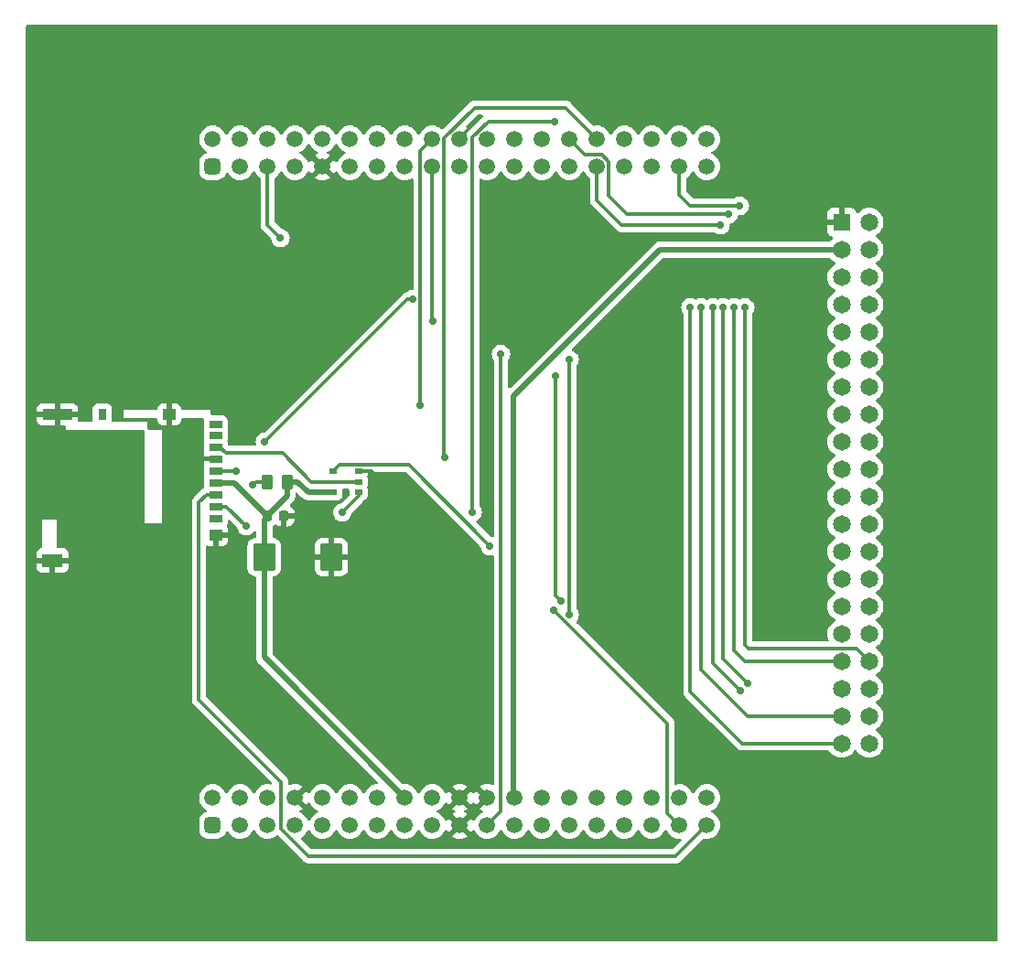
<source format=gbr>
%TF.GenerationSoftware,KiCad,Pcbnew,7.0.5-7.0.5~ubuntu22.04.1*%
%TF.CreationDate,2023-06-12T13:20:55+02:00*%
%TF.ProjectId,OBC_L476RG,4f42435f-4c34-4373-9652-472e6b696361,rev?*%
%TF.SameCoordinates,Original*%
%TF.FileFunction,Copper,L1,Top*%
%TF.FilePolarity,Positive*%
%FSLAX46Y46*%
G04 Gerber Fmt 4.6, Leading zero omitted, Abs format (unit mm)*
G04 Created by KiCad (PCBNEW 7.0.5-7.0.5~ubuntu22.04.1) date 2023-06-12 13:20:55*
%MOMM*%
%LPD*%
G01*
G04 APERTURE LIST*
G04 Aperture macros list*
%AMRoundRect*
0 Rectangle with rounded corners*
0 $1 Rounding radius*
0 $2 $3 $4 $5 $6 $7 $8 $9 X,Y pos of 4 corners*
0 Add a 4 corners polygon primitive as box body*
4,1,4,$2,$3,$4,$5,$6,$7,$8,$9,$2,$3,0*
0 Add four circle primitives for the rounded corners*
1,1,$1+$1,$2,$3*
1,1,$1+$1,$4,$5*
1,1,$1+$1,$6,$7*
1,1,$1+$1,$8,$9*
0 Add four rect primitives between the rounded corners*
20,1,$1+$1,$2,$3,$4,$5,0*
20,1,$1+$1,$4,$5,$6,$7,0*
20,1,$1+$1,$6,$7,$8,$9,0*
20,1,$1+$1,$8,$9,$2,$3,0*%
G04 Aperture macros list end*
%TA.AperFunction,SMDPad,CuDef*%
%ADD10RoundRect,0.250000X-0.787500X-1.025000X0.787500X-1.025000X0.787500X1.025000X-0.787500X1.025000X0*%
%TD*%
%TA.AperFunction,ComponentPad*%
%ADD11R,1.650000X1.650000*%
%TD*%
%TA.AperFunction,ComponentPad*%
%ADD12C,1.650000*%
%TD*%
%TA.AperFunction,SMDPad,CuDef*%
%ADD13R,0.700000X0.510000*%
%TD*%
%TA.AperFunction,SMDPad,CuDef*%
%ADD14RoundRect,0.225000X-0.225000X-0.250000X0.225000X-0.250000X0.225000X0.250000X-0.225000X0.250000X0*%
%TD*%
%TA.AperFunction,SMDPad,CuDef*%
%ADD15RoundRect,0.250000X-0.262500X-0.450000X0.262500X-0.450000X0.262500X0.450000X-0.262500X0.450000X0*%
%TD*%
%TA.AperFunction,SMDPad,CuDef*%
%ADD16R,1.200000X0.700000*%
%TD*%
%TA.AperFunction,SMDPad,CuDef*%
%ADD17R,0.800000X1.000000*%
%TD*%
%TA.AperFunction,SMDPad,CuDef*%
%ADD18R,1.200000X1.000000*%
%TD*%
%TA.AperFunction,SMDPad,CuDef*%
%ADD19R,2.800000X1.000000*%
%TD*%
%TA.AperFunction,SMDPad,CuDef*%
%ADD20R,1.900000X1.300000*%
%TD*%
%TA.AperFunction,ComponentPad*%
%ADD21RoundRect,0.375000X-0.375000X-0.375000X0.375000X-0.375000X0.375000X0.375000X-0.375000X0.375000X0*%
%TD*%
%TA.AperFunction,ComponentPad*%
%ADD22C,1.500000*%
%TD*%
%TA.AperFunction,ViaPad*%
%ADD23C,0.700000*%
%TD*%
%TA.AperFunction,ViaPad*%
%ADD24C,0.800000*%
%TD*%
%TA.AperFunction,Conductor*%
%ADD25C,0.300000*%
%TD*%
%TA.AperFunction,Conductor*%
%ADD26C,0.500000*%
%TD*%
G04 APERTURE END LIST*
D10*
%TO.P,C2,1*%
%TO.N,+3.3V*%
X163595500Y-95586000D03*
%TO.P,C2,2*%
%TO.N,GND*%
X169820500Y-95586000D03*
%TD*%
D11*
%TO.P,J1,1,GND*%
%TO.N,GND*%
X217030718Y-64566651D03*
D12*
%TO.P,J1,2,3V3*%
%TO.N,unconnected-(J1-3V3-Pad2)*%
X219570718Y-64566651D03*
%TO.P,J1,3,V_IN*%
%TO.N,/Vin*%
X217030718Y-67106651D03*
%TO.P,J1,4,5V*%
%TO.N,unconnected-(J1-5V-Pad4)*%
X219570718Y-67106651D03*
%TO.P,J1,5,V_B*%
%TO.N,unconnected-(J1-V_B-Pad5)*%
X217030718Y-69646651D03*
%TO.P,J1,6,NC1*%
%TO.N,unconnected-(J1-NC1-Pad6)*%
X219570718Y-69646651D03*
%TO.P,J1,7,NC2*%
%TO.N,unconnected-(J1-NC2-Pad7)*%
X217030718Y-72186651D03*
%TO.P,J1,8,NC3*%
%TO.N,unconnected-(J1-NC3-Pad8)*%
X219570718Y-72186651D03*
%TO.P,J1,9,NC4*%
%TO.N,unconnected-(J1-NC4-Pad9)*%
X217030718Y-74726651D03*
%TO.P,J1,10,RD-*%
%TO.N,unconnected-(J1-RD--Pad10)*%
X219570718Y-74726651D03*
%TO.P,J1,11,NC*%
%TO.N,unconnected-(J1-NC-Pad11)*%
X217030718Y-77266651D03*
%TO.P,J1,12,RD+*%
%TO.N,unconnected-(J1-RD+-Pad12)*%
X219570718Y-77266651D03*
%TO.P,J1,13,NC*%
%TO.N,unconnected-(J1-NC-Pad13)*%
X217030718Y-79806651D03*
%TO.P,J1,14,TD-*%
%TO.N,unconnected-(J1-TD--Pad14)*%
X219570718Y-79806651D03*
%TO.P,J1,15,NC*%
%TO.N,unconnected-(J1-NC-Pad15)*%
X217030718Y-82346651D03*
%TO.P,J1,16,TD+*%
%TO.N,unconnected-(J1-TD+-Pad16)*%
X219570718Y-82346651D03*
%TO.P,J1,17,RX/SDA*%
%TO.N,/SDA{slash}RX_1*%
X217030718Y-84886651D03*
%TO.P,J1,18,D-*%
%TO.N,/USB_D-*%
X219570718Y-84886651D03*
%TO.P,J1,19,TX/SCL*%
%TO.N,/SCL{slash}TX_1*%
X217030718Y-87426651D03*
%TO.P,J1,20,D+*%
%TO.N,/USB_D+*%
X219570718Y-87426651D03*
%TO.P,J1,21,SCK*%
%TO.N,/SCK*%
X217030718Y-89966651D03*
%TO.P,J1,22,RD*%
%TO.N,/CAN_rd*%
X219570718Y-89966651D03*
%TO.P,J1,23,MOSI*%
%TO.N,/MOSI*%
X217030718Y-92506651D03*
%TO.P,J1,24,TD*%
%TO.N,/CAN_td*%
X219570718Y-92506651D03*
%TO.P,J1,25,MISO*%
%TO.N,/MISO*%
X217030718Y-95046651D03*
%TO.P,J1,26,SDA/RX*%
%TO.N,/SDA{slash}RX_2*%
X219570718Y-95046651D03*
%TO.P,J1,27,SSEL*%
%TO.N,/SSEL*%
X217030718Y-97586651D03*
%TO.P,J1,28,SCL/TX*%
%TO.N,/SCL{slash}TX_2*%
X219570718Y-97586651D03*
%TO.P,J1,29,AI_1*%
%TO.N,/P15*%
X217030718Y-100126651D03*
%TO.P,J1,30,PWM_O_1*%
%TO.N,/P26*%
X219570718Y-100126651D03*
%TO.P,J1,31,AI_2*%
%TO.N,/P16*%
X217030718Y-102666651D03*
%TO.P,J1,32,PWM_O_2*%
%TO.N,/P25*%
X219570718Y-102666651D03*
%TO.P,J1,33,AI_3*%
%TO.N,/P17*%
X217030718Y-105206651D03*
%TO.P,J1,34,PWM_O_3*%
%TO.N,/P24*%
X219570718Y-105206651D03*
%TO.P,J1,35,AI_4*%
%TO.N,/P18*%
X217030718Y-107746651D03*
%TO.P,J1,36,PWM_O_4*%
%TO.N,/P23*%
X219570718Y-107746651D03*
%TO.P,J1,37,AI_5*%
%TO.N,/P19*%
X217030718Y-110286651D03*
%TO.P,J1,38,PWM_O_5*%
%TO.N,/P22*%
X219570718Y-110286651D03*
%TO.P,J1,39,AI_6*%
%TO.N,/P20*%
X217030718Y-112826651D03*
%TO.P,J1,40,PWM_O_6*%
%TO.N,/P21*%
X219570718Y-112826651D03*
%TD*%
D13*
%TO.P,B1,1,OE*%
%TO.N,/CS*%
X172313000Y-89551000D03*
%TO.P,B1,2,A*%
%TO.N,/DAT0*%
X172313000Y-88601000D03*
%TO.P,B1,3,GND*%
%TO.N,GND*%
X172313000Y-87651000D03*
%TO.P,B1,4,Y*%
%TO.N,/SD_MISO*%
X169993000Y-87651000D03*
%TO.P,B1,5,VCC*%
%TO.N,+3.3V*%
X169993000Y-89551000D03*
%TD*%
D14*
%TO.P,C1,1*%
%TO.N,+3.3V*%
X163888000Y-91776000D03*
%TO.P,C1,2*%
%TO.N,GND*%
X165438000Y-91776000D03*
%TD*%
D15*
%TO.P,R1,1*%
%TO.N,/CS*%
X163890500Y-88601000D03*
%TO.P,R1,2*%
%TO.N,+3.3V*%
X165715500Y-88601000D03*
%TD*%
D16*
%TO.P,J2,1,DAT2*%
%TO.N,unconnected-(J2-DAT2-Pad1)*%
X159118000Y-91981000D03*
%TO.P,J2,2,DAT3/CD*%
%TO.N,/CS*%
X159118000Y-90881000D03*
%TO.P,J2,3,CMD*%
%TO.N,/SD_MOSI*%
X159118000Y-89781000D03*
%TO.P,J2,4,VDD*%
%TO.N,+3.3V*%
X159118000Y-88681000D03*
%TO.P,J2,5,CLK*%
%TO.N,/SD_SCK*%
X159118000Y-87581000D03*
%TO.P,J2,6,VSS*%
%TO.N,GND*%
X159118000Y-86481000D03*
%TO.P,J2,7,DAT0*%
%TO.N,/DAT0*%
X159118000Y-85381000D03*
%TO.P,J2,8,DAT1*%
%TO.N,unconnected-(J2-DAT1-Pad8)*%
X159118000Y-84281000D03*
%TO.P,J2,9,DET_B*%
%TO.N,unconnected-(J2-DET_B-Pad9)*%
X159118000Y-83331000D03*
D17*
%TO.P,J2,10,DET_A*%
%TO.N,unconnected-(J2-DET_A-Pad10)*%
X148618000Y-82381000D03*
D18*
%TO.P,J2,11,SHIELD*%
%TO.N,GND*%
X154818000Y-82381000D03*
D19*
X144468000Y-82381000D03*
D18*
X159118000Y-93531000D03*
D20*
X144018000Y-95881000D03*
%TD*%
D21*
%TO.P,U1,1,PC10*%
%TO.N,/SCK*%
X158834000Y-120393268D03*
D22*
%TO.P,U1,2,PC11*%
%TO.N,/MISO*%
X158834000Y-117853268D03*
%TO.P,U1,3,PC12*%
%TO.N,/MOSI*%
X161374000Y-120393268D03*
%TO.P,U1,4,PD2*%
%TO.N,unconnected-(U1-PD2-Pad4)*%
X161374000Y-117853268D03*
%TO.P,U1,5,VDD*%
%TO.N,unconnected-(U1-VDD-Pad5)*%
X163914000Y-120393268D03*
%TO.P,U1,6,E5V*%
%TO.N,unconnected-(U1-E5V-Pad6)*%
X163914000Y-117853268D03*
%TO.P,U1,7,BOOT0*%
%TO.N,unconnected-(U1-BOOT0-Pad7)*%
X166454000Y-120393268D03*
%TO.P,U1,8,GND*%
%TO.N,GND*%
X166454000Y-117853268D03*
%TO.P,U1,9,-*%
%TO.N,unconnected-(U1---Pad9)*%
X168994000Y-120393268D03*
%TO.P,U1,10,-*%
%TO.N,unconnected-(U1---Pad10)*%
X168994000Y-117853268D03*
%TO.P,U1,11,-*%
%TO.N,unconnected-(U1---Pad11)*%
X171534000Y-120393268D03*
%TO.P,U1,12,IOREF*%
%TO.N,unconnected-(U1-IOREF-Pad12)*%
X171534000Y-117853268D03*
%TO.P,U1,13,PA13*%
%TO.N,unconnected-(U1-PA13-Pad13)*%
X174074000Y-120393268D03*
%TO.P,U1,14,RESET*%
%TO.N,unconnected-(U1-RESET-Pad14)*%
X174074000Y-117853268D03*
%TO.P,U1,15,PA14*%
%TO.N,unconnected-(U1-PA14-Pad15)*%
X176614000Y-120393268D03*
%TO.P,U1,16,+3V3*%
%TO.N,+3.3V*%
X176614000Y-117853268D03*
%TO.P,U1,17,PA15*%
%TO.N,unconnected-(U1-PA15-Pad17)*%
X179154000Y-120393268D03*
%TO.P,U1,18,+5V*%
%TO.N,unconnected-(U1-+5V-Pad18)*%
X179154000Y-117853268D03*
%TO.P,U1,19,GND*%
%TO.N,GND*%
X181694000Y-120393268D03*
%TO.P,U1,20,GND*%
X181694000Y-117853268D03*
%TO.P,U1,21,PB7*%
%TO.N,/SDA{slash}RX_1*%
X184234000Y-120393268D03*
%TO.P,U1,22,GND*%
%TO.N,GND*%
X184234000Y-117853268D03*
%TO.P,U1,23,PC13*%
%TO.N,unconnected-(U1-PC13-Pad23)*%
X186774000Y-120393268D03*
%TO.P,U1,24,VIN*%
%TO.N,/Vin*%
X186774000Y-117853268D03*
%TO.P,U1,25,PC14*%
%TO.N,unconnected-(U1-PC14-Pad25)*%
X189314000Y-120393268D03*
%TO.P,U1,26,-*%
%TO.N,unconnected-(U1---Pad26)*%
X189314000Y-117853268D03*
%TO.P,U1,27,PC15*%
%TO.N,unconnected-(U1-PC15-Pad27)*%
X191854000Y-120393268D03*
%TO.P,U1,28,PA0*%
%TO.N,/P25*%
X191854000Y-117853268D03*
%TO.P,U1,29,PH0*%
%TO.N,/CS*%
X194394000Y-120393268D03*
%TO.P,U1,30,PA1*%
%TO.N,/P23*%
X194394000Y-117853268D03*
%TO.P,U1,31,PH1*%
%TO.N,unconnected-(U1-PH1-Pad31)*%
X196934000Y-120393268D03*
%TO.P,U1,32,PA4*%
%TO.N,/P21*%
X196934000Y-117853268D03*
%TO.P,U1,33,VBAT*%
%TO.N,unconnected-(U1-VBAT-Pad33)*%
X199474000Y-120393268D03*
%TO.P,U1,34,PB0*%
%TO.N,unconnected-(U1-PB0-Pad34)*%
X199474000Y-117853268D03*
%TO.P,U1,35,PC2*%
%TO.N,/SD_MISO*%
X202014000Y-120393268D03*
%TO.P,U1,36,PC1/PB9*%
%TO.N,unconnected-(U1-PC1{slash}PB9-Pad36)*%
X202014000Y-117853268D03*
%TO.P,U1,37,PC3*%
%TO.N,/SD_MOSI*%
X204554000Y-120393268D03*
%TO.P,U1,38,PC0/PB8*%
%TO.N,unconnected-(U1-PC0{slash}PB8-Pad38)*%
X204554000Y-117853268D03*
D21*
%TO.P,U1,39,PC9*%
%TO.N,/SSEL*%
X158834000Y-59433268D03*
D22*
%TO.P,U1,40,PC8*%
%TO.N,unconnected-(U1-PC8-Pad40)*%
X158834000Y-56893268D03*
%TO.P,U1,41,PB8*%
%TO.N,/CAN_rd*%
X161374000Y-59433268D03*
%TO.P,U1,42,PC6*%
%TO.N,unconnected-(U1-PC6-Pad42)*%
X161374000Y-56893268D03*
%TO.P,U1,43,PB9*%
%TO.N,/CAN_td*%
X163914000Y-59433268D03*
%TO.P,U1,44,PC5*%
%TO.N,unconnected-(U1-PC5-Pad44)*%
X163914000Y-56893268D03*
%TO.P,U1,45,AVDD*%
%TO.N,unconnected-(U1-AVDD-Pad45)*%
X166454000Y-59433268D03*
%TO.P,U1,46,U5V*%
%TO.N,unconnected-(U1-U5V-Pad46)*%
X166454000Y-56893268D03*
%TO.P,U1,47,GND*%
%TO.N,GND*%
X168994000Y-59433268D03*
%TO.P,U1,48,-*%
%TO.N,unconnected-(U1---Pad48)*%
X168994000Y-56893268D03*
%TO.P,U1,49,PA5*%
%TO.N,unconnected-(U1-PA5-Pad49)*%
X171534000Y-59433268D03*
%TO.P,U1,50,PA12*%
%TO.N,/USB_D+*%
X171534000Y-56893268D03*
%TO.P,U1,51,PA6*%
%TO.N,unconnected-(U1-PA6-Pad51)*%
X174074000Y-59433268D03*
%TO.P,U1,52,PA11*%
%TO.N,/USB_D-*%
X174074000Y-56893268D03*
%TO.P,U1,53,PA7*%
%TO.N,unconnected-(U1-PA7-Pad53)*%
X176614000Y-59433268D03*
%TO.P,U1,54,PB12*%
%TO.N,unconnected-(U1-PB12-Pad54)*%
X176614000Y-56893268D03*
%TO.P,U1,55,PB6*%
%TO.N,/SCL{slash}TX_1*%
X179154000Y-59433268D03*
%TO.P,U1,56,PB11*%
%TO.N,/SDA{slash}RX_2*%
X179154000Y-56893268D03*
%TO.P,U1,57,PC7*%
%TO.N,unconnected-(U1-PC7-Pad57)*%
X181694000Y-59433268D03*
%TO.P,U1,58,GND*%
%TO.N,GND*%
X181694000Y-56893268D03*
%TO.P,U1,59,PA9*%
%TO.N,unconnected-(U1-PA9-Pad59)*%
X184234000Y-59433268D03*
%TO.P,U1,60,PB2*%
%TO.N,unconnected-(U1-PB2-Pad60)*%
X184234000Y-56893268D03*
%TO.P,U1,61,PA8*%
%TO.N,unconnected-(U1-PA8-Pad61)*%
X186774000Y-59433268D03*
%TO.P,U1,62,PB1*%
%TO.N,unconnected-(U1-PB1-Pad62)*%
X186774000Y-56893268D03*
%TO.P,U1,63,PB10*%
%TO.N,/SD_SCK*%
X189314000Y-59433268D03*
%TO.P,U1,64,PB15*%
%TO.N,/P15*%
X189314000Y-56893268D03*
%TO.P,U1,65,PB4*%
%TO.N,/P16*%
X191854000Y-59433268D03*
%TO.P,U1,66,PB14*%
%TO.N,/P17*%
X191854000Y-56893268D03*
%TO.P,U1,67,PB5*%
%TO.N,/P18*%
X194394000Y-59433268D03*
%TO.P,U1,68,PB13*%
%TO.N,/SCL{slash}TX_2*%
X194394000Y-56893268D03*
%TO.P,U1,69,PB3*%
%TO.N,/P26*%
X196934000Y-59433268D03*
%TO.P,U1,70,AGND*%
%TO.N,unconnected-(U1-AGND-Pad70)*%
X196934000Y-56893268D03*
%TO.P,U1,71,PA10*%
%TO.N,/P19*%
X199474000Y-59433268D03*
%TO.P,U1,72,PC4*%
%TO.N,/P20*%
X199474000Y-56893268D03*
%TO.P,U1,73,PA2*%
%TO.N,/P24*%
X202014000Y-59433268D03*
%TO.P,U1,74,-*%
%TO.N,unconnected-(U1---Pad74)*%
X202014000Y-56893268D03*
%TO.P,U1,75,PA3*%
%TO.N,/P22*%
X204554000Y-59433268D03*
%TO.P,U1,76,-*%
%TO.N,unconnected-(U1---Pad76)*%
X204554000Y-56893268D03*
%TD*%
D23*
%TO.N,/CS*%
X162560000Y-88900000D03*
X161925000Y-92710000D03*
X170815000Y-91440000D03*
D24*
%TO.N,GND*%
X153500000Y-94316000D03*
X155532000Y-95332000D03*
D23*
X179662000Y-115398000D03*
X174074000Y-88220000D03*
X178900000Y-115398000D03*
X166454000Y-113874000D03*
X167978000Y-113874000D03*
X178138000Y-115398000D03*
D24*
X154516000Y-94316000D03*
X153500000Y-95332000D03*
X154516000Y-95332000D03*
X155532000Y-94316000D03*
D23*
X167216000Y-113874000D03*
%TO.N,/SD_MISO*%
X184488000Y-94570000D03*
X190414000Y-100496000D03*
%TO.N,/SDA{slash}RX_1*%
X185504000Y-76790000D03*
%TO.N,/SCL{slash}TX_1*%
X179175863Y-73765863D03*
%TO.N,/CAN_td*%
X165100000Y-66040000D03*
%TO.N,/SDA{slash}RX_2*%
X178054000Y-81534000D03*
%TO.N,/SCL{slash}TX_2*%
X180340000Y-86360000D03*
%TO.N,/P15*%
X190584000Y-78855893D03*
X191092000Y-99651151D03*
%TO.N,/P26*%
X190500000Y-55245000D03*
X182880000Y-91440000D03*
%TO.N,/P16*%
X191854000Y-77298000D03*
X191854000Y-100920000D03*
%TO.N,/P17*%
X206586000Y-63836000D03*
X207094769Y-72472000D03*
%TO.N,/P24*%
X207602000Y-63074000D03*
X208110000Y-72472000D03*
%TO.N,/P18*%
X205824000Y-64852000D03*
X206078000Y-72472000D03*
X208364000Y-107271151D03*
%TO.N,/P19*%
X204046000Y-72472000D03*
%TO.N,/P22*%
X205105000Y-72472000D03*
X207645000Y-107950000D03*
%TO.N,/P20*%
X203030000Y-72472000D03*
%TO.N,/SD_SCK*%
X177354500Y-71710000D03*
X160989000Y-87581000D03*
X163660000Y-84918000D03*
%TD*%
D25*
%TO.N,/CS*%
X162859000Y-88601000D02*
X162560000Y-88900000D01*
X159118000Y-90881000D02*
X160096000Y-90881000D01*
X163890500Y-88601000D02*
X162859000Y-88601000D01*
X160096000Y-90881000D02*
X161925000Y-92710000D01*
X172313000Y-89942000D02*
X172313000Y-89551000D01*
X170815000Y-91440000D02*
X172313000Y-89942000D01*
%TO.N,/DAT0*%
X159515000Y-85381000D02*
X159118000Y-85381000D01*
X160068000Y-85934000D02*
X159515000Y-85381000D01*
X160068000Y-85934000D02*
X165309000Y-85934000D01*
X165309000Y-85934000D02*
X167976000Y-88601000D01*
X167976000Y-88601000D02*
X172313000Y-88601000D01*
%TO.N,GND*%
X173505000Y-87651000D02*
X174074000Y-88220000D01*
X172313000Y-87651000D02*
X173505000Y-87651000D01*
%TO.N,/SD_MISO*%
X200914000Y-119293268D02*
X200914000Y-110996000D01*
X202014000Y-120393268D02*
X200914000Y-119293268D01*
X184488000Y-94570000D02*
X176964000Y-87046000D01*
X200914000Y-110996000D02*
X190414000Y-100496000D01*
X176964000Y-87046000D02*
X170598000Y-87046000D01*
X170598000Y-87046000D02*
X169993000Y-87651000D01*
D26*
%TO.N,+3.3V*%
X167656000Y-89551000D02*
X169993000Y-89551000D01*
X163595500Y-92068500D02*
X163888000Y-91776000D01*
X165715500Y-88601000D02*
X165715500Y-89948500D01*
X163595500Y-95586000D02*
X163595500Y-92068500D01*
X165715500Y-88601000D02*
X166706000Y-88601000D01*
X160793000Y-88681000D02*
X163888000Y-91776000D01*
X159118000Y-88681000D02*
X160793000Y-88681000D01*
X166706000Y-88601000D02*
X167656000Y-89551000D01*
X176614000Y-117853268D02*
X163595500Y-104834768D01*
X165715500Y-89948500D02*
X163888000Y-91776000D01*
X163595500Y-104834768D02*
X163595500Y-95586000D01*
%TO.N,/Vin*%
X186690000Y-80645000D02*
X186690000Y-117769268D01*
X217030718Y-67106651D02*
X200228349Y-67106651D01*
X200228349Y-67106651D02*
X186690000Y-80645000D01*
X186690000Y-117769268D02*
X186774000Y-117853268D01*
D25*
%TO.N,/SDA{slash}RX_1*%
X185504000Y-119123268D02*
X184234000Y-120393268D01*
X185504000Y-76790000D02*
X185504000Y-119123268D01*
%TO.N,/SCL{slash}TX_1*%
X179154000Y-73744000D02*
X179154000Y-59433268D01*
X179175863Y-73765863D02*
X179154000Y-73744000D01*
%TO.N,/CAN_td*%
X165100000Y-66040000D02*
X163914000Y-64854000D01*
X163914000Y-64854000D02*
X163914000Y-59433268D01*
%TO.N,/SDA{slash}RX_2*%
X178054000Y-81534000D02*
X178054000Y-57993268D01*
X178054000Y-57993268D02*
X179154000Y-56893268D01*
%TO.N,/SCL{slash}TX_2*%
X183056633Y-53975000D02*
X191475732Y-53975000D01*
X180254000Y-86274000D02*
X180254000Y-56777633D01*
X180340000Y-86360000D02*
X180254000Y-86274000D01*
X180254000Y-56777633D02*
X183056633Y-53975000D01*
X191475732Y-53975000D02*
X194394000Y-56893268D01*
%TO.N,/P15*%
X191092000Y-99651151D02*
X190584000Y-99143151D01*
X190584000Y-99143151D02*
X190584000Y-78855893D01*
%TO.N,/P26*%
X182880000Y-56691633D02*
X184326633Y-55245000D01*
X184326633Y-55245000D02*
X190500000Y-55245000D01*
X182880000Y-91440000D02*
X182880000Y-56691633D01*
%TO.N,/P16*%
X191854000Y-100920000D02*
X191854000Y-77298000D01*
%TO.N,/P17*%
X206586000Y-63836000D02*
X197188000Y-63836000D01*
X207094769Y-72472000D02*
X207094000Y-72472769D01*
X195494000Y-58977633D02*
X194849635Y-58333268D01*
X208078651Y-105206651D02*
X217030718Y-105206651D01*
X193294000Y-58333268D02*
X191854000Y-56893268D01*
X197188000Y-63836000D02*
X195494000Y-62142000D01*
X207094000Y-72472769D02*
X207094000Y-104222000D01*
X195494000Y-62142000D02*
X195494000Y-58977633D01*
X194849635Y-58333268D02*
X193294000Y-58333268D01*
X207094000Y-104222000D02*
X208078651Y-105206651D01*
%TO.N,/P24*%
X218395718Y-104031651D02*
X219570718Y-105206651D01*
X203030000Y-63074000D02*
X202014000Y-62058000D01*
X207602000Y-63074000D02*
X203030000Y-63074000D01*
X208110000Y-103714000D02*
X208427651Y-104031651D01*
X208110000Y-72472000D02*
X208110000Y-103714000D01*
X208427651Y-104031651D02*
X218395718Y-104031651D01*
X202014000Y-62058000D02*
X202014000Y-59433268D01*
%TO.N,/P18*%
X205824000Y-64852000D02*
X196680000Y-64852000D01*
X196680000Y-64852000D02*
X194394000Y-62566000D01*
X194394000Y-62566000D02*
X194394000Y-59433268D01*
X206078000Y-104985151D02*
X208364000Y-107271151D01*
X206078000Y-72472000D02*
X206078000Y-104985151D01*
%TO.N,/P19*%
X217030718Y-110286651D02*
X208332651Y-110286651D01*
X208332651Y-110286651D02*
X204554000Y-106508000D01*
X204046000Y-104222000D02*
X204046000Y-72472000D01*
X204554000Y-106508000D02*
X204046000Y-106000000D01*
X204046000Y-106000000D02*
X204046000Y-104222000D01*
%TO.N,/P22*%
X205105000Y-72472000D02*
X205105000Y-105410000D01*
X205105000Y-105410000D02*
X207645000Y-107950000D01*
%TO.N,/P20*%
X203030000Y-72472000D02*
X203030000Y-108032000D01*
X207824651Y-112826651D02*
X206586000Y-111588000D01*
X206586000Y-111588000D02*
X203030000Y-108032000D01*
X217030718Y-112826651D02*
X207824651Y-112826651D01*
%TO.N,/SD_MOSI*%
X201675268Y-123272000D02*
X167724000Y-123272000D01*
X157564000Y-108794000D02*
X157564000Y-90506000D01*
X165184000Y-116414000D02*
X157564000Y-108794000D01*
X165184000Y-120732000D02*
X165184000Y-116414000D01*
X167724000Y-123272000D02*
X165184000Y-120732000D01*
X157564000Y-90506000D02*
X158289000Y-89781000D01*
X158289000Y-89781000D02*
X159118000Y-89781000D01*
X204554000Y-120393268D02*
X201675268Y-123272000D01*
%TO.N,/SD_SCK*%
X176868000Y-71710000D02*
X177354500Y-71710000D01*
X163660000Y-84918000D02*
X176868000Y-71710000D01*
X160989000Y-87581000D02*
X159118000Y-87581000D01*
%TD*%
%TA.AperFunction,Conductor*%
%TO.N,GND*%
G36*
X181234507Y-120603112D02*
G01*
X181312239Y-120724066D01*
X181420900Y-120818220D01*
X181551685Y-120877948D01*
X181561466Y-120879354D01*
X181004426Y-121436392D01*
X181066611Y-121479934D01*
X181066613Y-121479935D01*
X181264840Y-121572369D01*
X181264849Y-121572373D01*
X181476105Y-121628978D01*
X181476115Y-121628980D01*
X181693999Y-121648043D01*
X181694001Y-121648043D01*
X181911884Y-121628980D01*
X181911894Y-121628978D01*
X182123150Y-121572373D01*
X182123159Y-121572369D01*
X182321387Y-121479934D01*
X182383572Y-121436392D01*
X181826534Y-120879354D01*
X181836315Y-120877948D01*
X181967100Y-120818220D01*
X182075761Y-120724066D01*
X182153493Y-120603112D01*
X182177076Y-120522792D01*
X182737124Y-121082840D01*
X182780667Y-121020654D01*
X182780668Y-121020652D01*
X182851341Y-120869093D01*
X182897513Y-120816653D01*
X182964706Y-120797501D01*
X183031587Y-120817716D01*
X183076105Y-120869092D01*
X183146897Y-121020906D01*
X183171998Y-121056754D01*
X183272402Y-121200145D01*
X183427123Y-121354866D01*
X183606361Y-121480370D01*
X183804670Y-121572843D01*
X184016023Y-121629475D01*
X184198926Y-121645476D01*
X184233998Y-121648545D01*
X184234000Y-121648545D01*
X184234002Y-121648545D01*
X184262254Y-121646073D01*
X184451977Y-121629475D01*
X184663330Y-121572843D01*
X184861639Y-121480370D01*
X185040877Y-121354866D01*
X185195598Y-121200145D01*
X185321102Y-121020907D01*
X185391618Y-120869682D01*
X185437790Y-120817245D01*
X185504984Y-120798093D01*
X185571865Y-120818309D01*
X185616381Y-120869682D01*
X185686898Y-121020907D01*
X185812402Y-121200145D01*
X185967123Y-121354866D01*
X186146361Y-121480370D01*
X186344670Y-121572843D01*
X186556023Y-121629475D01*
X186738926Y-121645476D01*
X186773998Y-121648545D01*
X186774000Y-121648545D01*
X186774002Y-121648545D01*
X186802254Y-121646073D01*
X186991977Y-121629475D01*
X187203330Y-121572843D01*
X187401639Y-121480370D01*
X187580877Y-121354866D01*
X187735598Y-121200145D01*
X187861102Y-121020907D01*
X187931618Y-120869682D01*
X187977790Y-120817245D01*
X188044984Y-120798093D01*
X188111865Y-120818309D01*
X188156381Y-120869682D01*
X188226898Y-121020907D01*
X188352402Y-121200145D01*
X188507123Y-121354866D01*
X188686361Y-121480370D01*
X188884670Y-121572843D01*
X189096023Y-121629475D01*
X189278926Y-121645476D01*
X189313998Y-121648545D01*
X189314000Y-121648545D01*
X189314002Y-121648545D01*
X189342254Y-121646073D01*
X189531977Y-121629475D01*
X189743330Y-121572843D01*
X189941639Y-121480370D01*
X190120877Y-121354866D01*
X190275598Y-121200145D01*
X190401102Y-121020907D01*
X190471618Y-120869682D01*
X190517790Y-120817245D01*
X190584984Y-120798093D01*
X190651865Y-120818309D01*
X190696381Y-120869682D01*
X190766898Y-121020907D01*
X190892402Y-121200145D01*
X191047123Y-121354866D01*
X191226361Y-121480370D01*
X191424670Y-121572843D01*
X191636023Y-121629475D01*
X191818926Y-121645476D01*
X191853998Y-121648545D01*
X191854000Y-121648545D01*
X191854002Y-121648545D01*
X191882254Y-121646073D01*
X192071977Y-121629475D01*
X192283330Y-121572843D01*
X192481639Y-121480370D01*
X192660877Y-121354866D01*
X192815598Y-121200145D01*
X192941102Y-121020907D01*
X193011618Y-120869682D01*
X193057790Y-120817245D01*
X193124984Y-120798093D01*
X193191865Y-120818309D01*
X193236381Y-120869682D01*
X193306898Y-121020907D01*
X193432402Y-121200145D01*
X193587123Y-121354866D01*
X193766361Y-121480370D01*
X193964670Y-121572843D01*
X194176023Y-121629475D01*
X194358926Y-121645476D01*
X194393998Y-121648545D01*
X194394000Y-121648545D01*
X194394002Y-121648545D01*
X194422254Y-121646073D01*
X194611977Y-121629475D01*
X194823330Y-121572843D01*
X195021639Y-121480370D01*
X195200877Y-121354866D01*
X195355598Y-121200145D01*
X195481102Y-121020907D01*
X195551618Y-120869682D01*
X195597790Y-120817245D01*
X195664984Y-120798093D01*
X195731865Y-120818309D01*
X195776381Y-120869682D01*
X195846898Y-121020907D01*
X195972402Y-121200145D01*
X196127123Y-121354866D01*
X196306361Y-121480370D01*
X196504670Y-121572843D01*
X196716023Y-121629475D01*
X196898926Y-121645476D01*
X196933998Y-121648545D01*
X196934000Y-121648545D01*
X196934002Y-121648545D01*
X196962254Y-121646073D01*
X197151977Y-121629475D01*
X197363330Y-121572843D01*
X197561639Y-121480370D01*
X197740877Y-121354866D01*
X197895598Y-121200145D01*
X198021102Y-121020907D01*
X198091618Y-120869682D01*
X198137790Y-120817245D01*
X198204984Y-120798093D01*
X198271865Y-120818309D01*
X198316381Y-120869682D01*
X198386898Y-121020907D01*
X198512402Y-121200145D01*
X198667123Y-121354866D01*
X198846361Y-121480370D01*
X199044670Y-121572843D01*
X199256023Y-121629475D01*
X199438926Y-121645476D01*
X199473998Y-121648545D01*
X199474000Y-121648545D01*
X199474002Y-121648545D01*
X199502254Y-121646073D01*
X199691977Y-121629475D01*
X199903330Y-121572843D01*
X200101639Y-121480370D01*
X200280877Y-121354866D01*
X200435598Y-121200145D01*
X200561102Y-121020907D01*
X200631618Y-120869682D01*
X200677790Y-120817245D01*
X200744984Y-120798093D01*
X200811865Y-120818309D01*
X200856381Y-120869682D01*
X200926898Y-121020907D01*
X201052402Y-121200145D01*
X201207123Y-121354866D01*
X201386361Y-121480370D01*
X201584670Y-121572843D01*
X201796023Y-121629475D01*
X201978926Y-121645476D01*
X202013998Y-121648545D01*
X202014000Y-121648545D01*
X202014001Y-121648545D01*
X202022954Y-121647761D01*
X202074359Y-121643264D01*
X202142858Y-121657030D01*
X202193041Y-121705645D01*
X202208975Y-121773674D01*
X202185600Y-121839517D01*
X202172847Y-121854473D01*
X201442141Y-122585181D01*
X201380818Y-122618666D01*
X201354460Y-122621500D01*
X168044808Y-122621500D01*
X167977769Y-122601815D01*
X167957127Y-122585181D01*
X167050465Y-121678519D01*
X167016980Y-121617196D01*
X167021964Y-121547504D01*
X167063836Y-121491571D01*
X167077232Y-121483558D01*
X167076953Y-121483075D01*
X167081628Y-121480374D01*
X167081639Y-121480370D01*
X167260877Y-121354866D01*
X167415598Y-121200145D01*
X167541102Y-121020907D01*
X167611618Y-120869682D01*
X167657790Y-120817245D01*
X167724984Y-120798093D01*
X167791865Y-120818309D01*
X167836381Y-120869682D01*
X167906898Y-121020907D01*
X168032402Y-121200145D01*
X168187123Y-121354866D01*
X168366361Y-121480370D01*
X168564670Y-121572843D01*
X168776023Y-121629475D01*
X168958926Y-121645476D01*
X168993998Y-121648545D01*
X168994000Y-121648545D01*
X168994002Y-121648545D01*
X169022254Y-121646073D01*
X169211977Y-121629475D01*
X169423330Y-121572843D01*
X169621639Y-121480370D01*
X169800877Y-121354866D01*
X169955598Y-121200145D01*
X170081102Y-121020907D01*
X170151618Y-120869682D01*
X170197790Y-120817245D01*
X170264984Y-120798093D01*
X170331865Y-120818309D01*
X170376381Y-120869682D01*
X170446898Y-121020907D01*
X170572402Y-121200145D01*
X170727123Y-121354866D01*
X170906361Y-121480370D01*
X171104670Y-121572843D01*
X171316023Y-121629475D01*
X171498926Y-121645476D01*
X171533998Y-121648545D01*
X171534000Y-121648545D01*
X171534002Y-121648545D01*
X171562254Y-121646073D01*
X171751977Y-121629475D01*
X171963330Y-121572843D01*
X172161639Y-121480370D01*
X172340877Y-121354866D01*
X172495598Y-121200145D01*
X172621102Y-121020907D01*
X172691618Y-120869682D01*
X172737790Y-120817245D01*
X172804984Y-120798093D01*
X172871865Y-120818309D01*
X172916381Y-120869682D01*
X172986898Y-121020907D01*
X173112402Y-121200145D01*
X173267123Y-121354866D01*
X173446361Y-121480370D01*
X173644670Y-121572843D01*
X173856023Y-121629475D01*
X174038926Y-121645476D01*
X174073998Y-121648545D01*
X174074000Y-121648545D01*
X174074002Y-121648545D01*
X174102254Y-121646073D01*
X174291977Y-121629475D01*
X174503330Y-121572843D01*
X174701639Y-121480370D01*
X174880877Y-121354866D01*
X175035598Y-121200145D01*
X175161102Y-121020907D01*
X175231618Y-120869682D01*
X175277790Y-120817245D01*
X175344984Y-120798093D01*
X175411865Y-120818309D01*
X175456381Y-120869682D01*
X175526898Y-121020907D01*
X175652402Y-121200145D01*
X175807123Y-121354866D01*
X175986361Y-121480370D01*
X176184670Y-121572843D01*
X176396023Y-121629475D01*
X176578926Y-121645476D01*
X176613998Y-121648545D01*
X176614000Y-121648545D01*
X176614002Y-121648545D01*
X176642254Y-121646073D01*
X176831977Y-121629475D01*
X177043330Y-121572843D01*
X177241639Y-121480370D01*
X177420877Y-121354866D01*
X177575598Y-121200145D01*
X177701102Y-121020907D01*
X177771618Y-120869682D01*
X177817790Y-120817245D01*
X177884984Y-120798093D01*
X177951865Y-120818309D01*
X177996381Y-120869682D01*
X178066898Y-121020907D01*
X178192402Y-121200145D01*
X178347123Y-121354866D01*
X178526361Y-121480370D01*
X178724670Y-121572843D01*
X178936023Y-121629475D01*
X179118926Y-121645476D01*
X179153998Y-121648545D01*
X179154000Y-121648545D01*
X179154002Y-121648545D01*
X179182254Y-121646073D01*
X179371977Y-121629475D01*
X179583330Y-121572843D01*
X179781639Y-121480370D01*
X179960877Y-121354866D01*
X180115598Y-121200145D01*
X180241102Y-121020907D01*
X180311895Y-120869090D01*
X180358066Y-120816653D01*
X180425260Y-120797501D01*
X180492141Y-120817717D01*
X180536658Y-120869092D01*
X180607335Y-121020659D01*
X180650873Y-121082839D01*
X180650875Y-121082840D01*
X181210923Y-120522791D01*
X181234507Y-120603112D01*
G37*
%TD.AperFunction*%
%TA.AperFunction,Conductor*%
G36*
X181234507Y-118063112D02*
G01*
X181312239Y-118184066D01*
X181420900Y-118278220D01*
X181551685Y-118337948D01*
X181561466Y-118339354D01*
X181004426Y-118896392D01*
X181066611Y-118939934D01*
X181066613Y-118939935D01*
X181218767Y-119010886D01*
X181271206Y-119057058D01*
X181290358Y-119124252D01*
X181270142Y-119191133D01*
X181218767Y-119235650D01*
X181066614Y-119306600D01*
X181066612Y-119306601D01*
X181004428Y-119350143D01*
X181004427Y-119350143D01*
X181561466Y-119907181D01*
X181551685Y-119908588D01*
X181420900Y-119968316D01*
X181312239Y-120062470D01*
X181234507Y-120183424D01*
X181210923Y-120263743D01*
X180650875Y-119703695D01*
X180650875Y-119703696D01*
X180607333Y-119765880D01*
X180607332Y-119765882D01*
X180536658Y-119917443D01*
X180490485Y-119969882D01*
X180423292Y-119989034D01*
X180356411Y-119968818D01*
X180311894Y-119917443D01*
X180272515Y-119832995D01*
X180241102Y-119765630D01*
X180241099Y-119765626D01*
X180241099Y-119765625D01*
X180115599Y-119586392D01*
X180073179Y-119543972D01*
X179960877Y-119431670D01*
X179781639Y-119306166D01*
X179630414Y-119235649D01*
X179577977Y-119189478D01*
X179558825Y-119122284D01*
X179579041Y-119055403D01*
X179630414Y-119010886D01*
X179781639Y-118940370D01*
X179960877Y-118814866D01*
X180115598Y-118660145D01*
X180241102Y-118480907D01*
X180311895Y-118329090D01*
X180358066Y-118276653D01*
X180425260Y-118257501D01*
X180492141Y-118277717D01*
X180536658Y-118329092D01*
X180607335Y-118480659D01*
X180650873Y-118542839D01*
X180650875Y-118542840D01*
X181210923Y-117982791D01*
X181234507Y-118063112D01*
G37*
%TD.AperFunction*%
%TA.AperFunction,Conductor*%
G36*
X183774507Y-118063112D02*
G01*
X183852239Y-118184066D01*
X183960900Y-118278220D01*
X184091685Y-118337948D01*
X184101464Y-118339354D01*
X183544426Y-118896392D01*
X183606611Y-118939934D01*
X183606617Y-118939937D01*
X183758174Y-119010609D01*
X183810614Y-119056781D01*
X183829766Y-119123974D01*
X183809551Y-119190856D01*
X183758176Y-119235373D01*
X183670542Y-119276238D01*
X183612142Y-119303471D01*
X183606358Y-119306168D01*
X183606357Y-119306168D01*
X183427121Y-119431670D01*
X183272402Y-119586389D01*
X183146900Y-119765625D01*
X183146900Y-119765626D01*
X183146898Y-119765629D01*
X183146898Y-119765630D01*
X183146779Y-119765885D01*
X183076105Y-119917444D01*
X183029932Y-119969883D01*
X182962738Y-119989034D01*
X182895857Y-119968818D01*
X182851341Y-119917442D01*
X182780669Y-119765885D01*
X182737123Y-119703696D01*
X182177076Y-120263743D01*
X182153493Y-120183424D01*
X182075761Y-120062470D01*
X181967100Y-119968316D01*
X181836315Y-119908588D01*
X181826534Y-119907181D01*
X182383572Y-119350143D01*
X182383571Y-119350141D01*
X182321391Y-119306602D01*
X182169232Y-119235649D01*
X182116793Y-119189476D01*
X182097641Y-119122283D01*
X182117857Y-119055402D01*
X182169233Y-119010885D01*
X182321384Y-118939936D01*
X182321386Y-118939935D01*
X182383572Y-118896392D01*
X181826534Y-118339354D01*
X181836315Y-118337948D01*
X181967100Y-118278220D01*
X182075761Y-118184066D01*
X182153493Y-118063112D01*
X182177076Y-117982792D01*
X182737124Y-118542840D01*
X182780666Y-118480655D01*
X182851618Y-118328500D01*
X182897790Y-118276061D01*
X182964984Y-118256909D01*
X183031865Y-118277125D01*
X183076382Y-118328500D01*
X183147335Y-118480659D01*
X183190873Y-118542839D01*
X183190875Y-118542840D01*
X183750923Y-117982791D01*
X183774507Y-118063112D01*
G37*
%TD.AperFunction*%
%TA.AperFunction,Conductor*%
G36*
X167497124Y-118542840D02*
G01*
X167540667Y-118480654D01*
X167540668Y-118480652D01*
X167611341Y-118329093D01*
X167657513Y-118276653D01*
X167724706Y-118257501D01*
X167791587Y-118277716D01*
X167836105Y-118329092D01*
X167906897Y-118480906D01*
X167906898Y-118480907D01*
X168032402Y-118660145D01*
X168187123Y-118814866D01*
X168361061Y-118936659D01*
X168366361Y-118940370D01*
X168517583Y-119010886D01*
X168570022Y-119057058D01*
X168589174Y-119124252D01*
X168568958Y-119191133D01*
X168517583Y-119235650D01*
X168366361Y-119306166D01*
X168366357Y-119306168D01*
X168187121Y-119431670D01*
X168032402Y-119586389D01*
X167906900Y-119765625D01*
X167906898Y-119765629D01*
X167836382Y-119916851D01*
X167790209Y-119969290D01*
X167723016Y-119988442D01*
X167656135Y-119968226D01*
X167611618Y-119916851D01*
X167572515Y-119832995D01*
X167541102Y-119765630D01*
X167541099Y-119765626D01*
X167541099Y-119765625D01*
X167415599Y-119586392D01*
X167373179Y-119543972D01*
X167260877Y-119431670D01*
X167099881Y-119318939D01*
X167081638Y-119306165D01*
X166929824Y-119235373D01*
X166877385Y-119189200D01*
X166858233Y-119122007D01*
X166878449Y-119055126D01*
X166929825Y-119010609D01*
X167081384Y-118939936D01*
X167081386Y-118939935D01*
X167143572Y-118896392D01*
X166586534Y-118339354D01*
X166596315Y-118337948D01*
X166727100Y-118278220D01*
X166835761Y-118184066D01*
X166913493Y-118063112D01*
X166937076Y-117982792D01*
X167497124Y-118542840D01*
G37*
%TD.AperFunction*%
%TA.AperFunction,Conductor*%
G36*
X160423701Y-92129094D02*
G01*
X160430180Y-92135126D01*
X161046371Y-92751317D01*
X161079856Y-92812640D01*
X161082010Y-92826031D01*
X161088503Y-92887803D01*
X161088504Y-92887805D01*
X161088504Y-92887807D01*
X161143747Y-93057829D01*
X161143750Y-93057835D01*
X161233141Y-93212665D01*
X161274812Y-93258946D01*
X161352764Y-93345521D01*
X161352767Y-93345523D01*
X161352770Y-93345526D01*
X161497407Y-93450612D01*
X161660733Y-93523329D01*
X161835609Y-93560500D01*
X161835610Y-93560500D01*
X162014389Y-93560500D01*
X162014391Y-93560500D01*
X162189267Y-93523329D01*
X162352593Y-93450612D01*
X162497230Y-93345526D01*
X162616859Y-93212665D01*
X162616860Y-93212661D01*
X162620681Y-93207405D01*
X162624035Y-93209842D01*
X162657678Y-93173674D01*
X162725370Y-93156364D01*
X162791674Y-93178399D01*
X162835540Y-93232783D01*
X162845000Y-93280287D01*
X162845000Y-93689634D01*
X162825315Y-93756673D01*
X162772511Y-93802428D01*
X162733602Y-93812992D01*
X162655202Y-93821001D01*
X162655200Y-93821001D01*
X162488668Y-93876185D01*
X162488663Y-93876187D01*
X162339342Y-93968289D01*
X162215289Y-94092342D01*
X162123187Y-94241663D01*
X162123185Y-94241668D01*
X162123115Y-94241880D01*
X162068001Y-94408203D01*
X162068001Y-94408204D01*
X162068000Y-94408204D01*
X162057500Y-94510983D01*
X162057500Y-96661001D01*
X162057501Y-96661018D01*
X162068000Y-96763796D01*
X162068001Y-96763799D01*
X162071081Y-96773093D01*
X162123186Y-96930334D01*
X162215288Y-97079656D01*
X162339344Y-97203712D01*
X162488666Y-97295814D01*
X162655203Y-97350999D01*
X162733603Y-97359008D01*
X162798294Y-97385404D01*
X162838445Y-97442584D01*
X162845000Y-97482366D01*
X162845000Y-104771062D01*
X162843691Y-104789031D01*
X162840210Y-104812793D01*
X162844764Y-104864832D01*
X162845000Y-104870238D01*
X162845000Y-104878480D01*
X162848702Y-104910159D01*
X162848886Y-104911953D01*
X162855500Y-104987560D01*
X162856961Y-104994635D01*
X162856903Y-104994646D01*
X162858534Y-105002005D01*
X162858592Y-105001992D01*
X162860257Y-105009017D01*
X162886208Y-105080319D01*
X162886799Y-105082021D01*
X162910682Y-105154094D01*
X162913736Y-105160642D01*
X162913682Y-105160666D01*
X162916970Y-105167456D01*
X162917021Y-105167431D01*
X162920261Y-105173881D01*
X162920262Y-105173882D01*
X162920263Y-105173885D01*
X162961994Y-105237335D01*
X162962943Y-105238826D01*
X163002789Y-105303425D01*
X163007266Y-105309087D01*
X163007219Y-105309124D01*
X163011982Y-105314970D01*
X163012028Y-105314932D01*
X163016673Y-105320467D01*
X163071864Y-105372537D01*
X163073158Y-105373794D01*
X168689391Y-110990027D01*
X174091354Y-116391989D01*
X174124839Y-116453312D01*
X174119855Y-116523004D01*
X174077983Y-116578937D01*
X174014480Y-116603198D01*
X173907040Y-116612597D01*
X173856023Y-116617061D01*
X173856020Y-116617061D01*
X173644677Y-116673690D01*
X173644668Y-116673694D01*
X173446361Y-116766166D01*
X173446357Y-116766168D01*
X173267121Y-116891670D01*
X173112402Y-117046389D01*
X172986900Y-117225625D01*
X172986898Y-117225629D01*
X172916382Y-117376851D01*
X172870209Y-117429290D01*
X172803016Y-117448442D01*
X172736135Y-117428226D01*
X172691618Y-117376851D01*
X172677118Y-117345756D01*
X172621102Y-117225630D01*
X172621099Y-117225626D01*
X172621099Y-117225625D01*
X172495599Y-117046392D01*
X172495596Y-117046389D01*
X172340877Y-116891670D01*
X172175429Y-116775822D01*
X172161638Y-116766165D01*
X172062484Y-116719929D01*
X171963330Y-116673693D01*
X171963326Y-116673692D01*
X171963322Y-116673690D01*
X171751977Y-116617061D01*
X171534002Y-116597991D01*
X171533998Y-116597991D01*
X171388681Y-116610704D01*
X171316023Y-116617061D01*
X171316020Y-116617061D01*
X171104677Y-116673690D01*
X171104668Y-116673694D01*
X170906361Y-116766166D01*
X170906357Y-116766168D01*
X170727121Y-116891670D01*
X170572402Y-117046389D01*
X170446900Y-117225625D01*
X170446898Y-117225629D01*
X170376382Y-117376851D01*
X170330209Y-117429290D01*
X170263016Y-117448442D01*
X170196135Y-117428226D01*
X170151618Y-117376851D01*
X170137118Y-117345756D01*
X170081102Y-117225630D01*
X170081099Y-117225626D01*
X170081099Y-117225625D01*
X169955599Y-117046392D01*
X169955596Y-117046389D01*
X169800877Y-116891670D01*
X169635429Y-116775822D01*
X169621638Y-116766165D01*
X169522484Y-116719929D01*
X169423330Y-116673693D01*
X169423326Y-116673692D01*
X169423322Y-116673690D01*
X169211977Y-116617061D01*
X168994002Y-116597991D01*
X168993998Y-116597991D01*
X168848681Y-116610704D01*
X168776023Y-116617061D01*
X168776020Y-116617061D01*
X168564677Y-116673690D01*
X168564668Y-116673694D01*
X168366361Y-116766166D01*
X168366357Y-116766168D01*
X168187121Y-116891670D01*
X168032402Y-117046389D01*
X167906900Y-117225625D01*
X167906900Y-117225626D01*
X167906898Y-117225629D01*
X167906898Y-117225630D01*
X167906780Y-117225883D01*
X167836105Y-117377444D01*
X167789932Y-117429883D01*
X167722738Y-117449034D01*
X167655857Y-117428818D01*
X167611341Y-117377442D01*
X167540669Y-117225885D01*
X167497123Y-117163696D01*
X166937076Y-117723743D01*
X166913493Y-117643424D01*
X166835761Y-117522470D01*
X166727100Y-117428316D01*
X166596315Y-117368588D01*
X166586533Y-117367181D01*
X167143572Y-116810142D01*
X167143571Y-116810141D01*
X167081391Y-116766603D01*
X166883159Y-116674166D01*
X166883150Y-116674162D01*
X166671894Y-116617557D01*
X166671884Y-116617555D01*
X166454001Y-116598493D01*
X166453999Y-116598493D01*
X166236115Y-116617555D01*
X166236105Y-116617557D01*
X166024849Y-116674162D01*
X166024835Y-116674167D01*
X166010904Y-116680664D01*
X165941827Y-116691156D01*
X165878043Y-116662636D01*
X165839804Y-116604159D01*
X165834500Y-116568282D01*
X165834500Y-116499501D01*
X165836268Y-116483488D01*
X165836026Y-116483466D01*
X165836760Y-116475704D01*
X165834531Y-116404762D01*
X165834500Y-116402814D01*
X165834500Y-116373077D01*
X165834500Y-116373075D01*
X165833579Y-116365788D01*
X165833122Y-116359979D01*
X165831597Y-116311430D01*
X165825676Y-116291052D01*
X165821731Y-116272003D01*
X165819071Y-116250942D01*
X165801186Y-116205772D01*
X165799297Y-116200252D01*
X165785743Y-116153599D01*
X165774941Y-116135335D01*
X165766379Y-116117858D01*
X165765351Y-116115262D01*
X165758568Y-116098129D01*
X165730014Y-116058828D01*
X165726810Y-116053950D01*
X165702082Y-116012137D01*
X165702081Y-116012135D01*
X165687074Y-115997128D01*
X165674435Y-115982330D01*
X165661961Y-115965160D01*
X165624528Y-115934194D01*
X165620206Y-115930260D01*
X158250819Y-108560873D01*
X158217334Y-108499550D01*
X158214500Y-108473192D01*
X158214500Y-94630041D01*
X158234185Y-94563002D01*
X158286989Y-94517247D01*
X158356147Y-94507303D01*
X158381836Y-94513860D01*
X158410622Y-94524597D01*
X158410627Y-94524598D01*
X158470155Y-94530999D01*
X158470172Y-94531000D01*
X158868000Y-94531000D01*
X158868000Y-93781000D01*
X159368000Y-93781000D01*
X159368000Y-94531000D01*
X159765828Y-94531000D01*
X159765844Y-94530999D01*
X159825372Y-94524598D01*
X159825379Y-94524596D01*
X159960086Y-94474354D01*
X159960093Y-94474350D01*
X160075187Y-94388190D01*
X160075190Y-94388187D01*
X160161350Y-94273093D01*
X160161354Y-94273086D01*
X160211596Y-94138379D01*
X160211598Y-94138372D01*
X160217999Y-94078844D01*
X160218000Y-94078827D01*
X160218000Y-93781000D01*
X159368000Y-93781000D01*
X158868000Y-93781000D01*
X158868000Y-93405000D01*
X158887685Y-93337961D01*
X158940489Y-93292206D01*
X158992000Y-93281000D01*
X160218000Y-93281000D01*
X160218000Y-92983172D01*
X160217999Y-92983155D01*
X160211598Y-92923627D01*
X160211596Y-92923620D01*
X160161354Y-92788913D01*
X160161352Y-92788910D01*
X160136512Y-92755728D01*
X160112094Y-92690264D01*
X160126945Y-92621990D01*
X160136505Y-92607114D01*
X160161796Y-92573331D01*
X160212091Y-92438483D01*
X160218500Y-92378873D01*
X160218499Y-92222805D01*
X160238183Y-92155768D01*
X160290987Y-92110013D01*
X160360145Y-92100069D01*
X160423701Y-92129094D01*
G37*
%TD.AperFunction*%
%TA.AperFunction,Conductor*%
G36*
X176710231Y-87716185D02*
G01*
X176730873Y-87732819D01*
X183609371Y-94611317D01*
X183642856Y-94672640D01*
X183645010Y-94686031D01*
X183651503Y-94747803D01*
X183651504Y-94747805D01*
X183651504Y-94747807D01*
X183706747Y-94917829D01*
X183706750Y-94917835D01*
X183796141Y-95072665D01*
X183837812Y-95118946D01*
X183915764Y-95205521D01*
X183915767Y-95205523D01*
X183915770Y-95205526D01*
X184060407Y-95310612D01*
X184223733Y-95383329D01*
X184398609Y-95420500D01*
X184398610Y-95420500D01*
X184577389Y-95420500D01*
X184577391Y-95420500D01*
X184703719Y-95393648D01*
X184773386Y-95398964D01*
X184829120Y-95441101D01*
X184853225Y-95506681D01*
X184853500Y-95514938D01*
X184853500Y-116568282D01*
X184833815Y-116635321D01*
X184781011Y-116681076D01*
X184711853Y-116691020D01*
X184677096Y-116680664D01*
X184663164Y-116674167D01*
X184663150Y-116674162D01*
X184451894Y-116617557D01*
X184451884Y-116617555D01*
X184234001Y-116598493D01*
X184233999Y-116598493D01*
X184016115Y-116617555D01*
X184016105Y-116617557D01*
X183804849Y-116674162D01*
X183804840Y-116674166D01*
X183606614Y-116766600D01*
X183606612Y-116766601D01*
X183544428Y-116810143D01*
X183544427Y-116810143D01*
X184101466Y-117367181D01*
X184091685Y-117368588D01*
X183960900Y-117428316D01*
X183852239Y-117522470D01*
X183774507Y-117643424D01*
X183750923Y-117723743D01*
X183190875Y-117163695D01*
X183190875Y-117163696D01*
X183147333Y-117225880D01*
X183147332Y-117225882D01*
X183076382Y-117378035D01*
X183030209Y-117430474D01*
X182963016Y-117449626D01*
X182896135Y-117429410D01*
X182851618Y-117378035D01*
X182780668Y-117225883D01*
X182737123Y-117163696D01*
X182177076Y-117723743D01*
X182153493Y-117643424D01*
X182075761Y-117522470D01*
X181967100Y-117428316D01*
X181836315Y-117368588D01*
X181826534Y-117367181D01*
X182383572Y-116810143D01*
X182383571Y-116810141D01*
X182321391Y-116766603D01*
X182123159Y-116674166D01*
X182123150Y-116674162D01*
X181911894Y-116617557D01*
X181911884Y-116617555D01*
X181694001Y-116598493D01*
X181693999Y-116598493D01*
X181476115Y-116617555D01*
X181476105Y-116617557D01*
X181264849Y-116674162D01*
X181264840Y-116674166D01*
X181066614Y-116766600D01*
X181066612Y-116766601D01*
X181004428Y-116810143D01*
X181004427Y-116810143D01*
X181561466Y-117367181D01*
X181551685Y-117368588D01*
X181420900Y-117428316D01*
X181312239Y-117522470D01*
X181234507Y-117643424D01*
X181210923Y-117723743D01*
X180650875Y-117163695D01*
X180650875Y-117163696D01*
X180607333Y-117225880D01*
X180607332Y-117225882D01*
X180536658Y-117377443D01*
X180490485Y-117429882D01*
X180423292Y-117449034D01*
X180356411Y-117428818D01*
X180311894Y-117377443D01*
X180300621Y-117353268D01*
X180241102Y-117225630D01*
X180241099Y-117225626D01*
X180241099Y-117225625D01*
X180115599Y-117046392D01*
X180115596Y-117046389D01*
X179960877Y-116891670D01*
X179795429Y-116775822D01*
X179781638Y-116766165D01*
X179682484Y-116719929D01*
X179583330Y-116673693D01*
X179583326Y-116673692D01*
X179583322Y-116673690D01*
X179371977Y-116617061D01*
X179154002Y-116597991D01*
X179153998Y-116597991D01*
X179008682Y-116610704D01*
X178936023Y-116617061D01*
X178936020Y-116617061D01*
X178724677Y-116673690D01*
X178724668Y-116673694D01*
X178526361Y-116766166D01*
X178526357Y-116766168D01*
X178347121Y-116891670D01*
X178192402Y-117046389D01*
X178066900Y-117225625D01*
X178066900Y-117225626D01*
X178066898Y-117225629D01*
X178066898Y-117225630D01*
X178066780Y-117225883D01*
X177996381Y-117376852D01*
X177950208Y-117429291D01*
X177883014Y-117448442D01*
X177816133Y-117428226D01*
X177771618Y-117376852D01*
X177701102Y-117225630D01*
X177701099Y-117225626D01*
X177701099Y-117225625D01*
X177575599Y-117046392D01*
X177575596Y-117046389D01*
X177420877Y-116891670D01*
X177255429Y-116775822D01*
X177241638Y-116766165D01*
X177142484Y-116719929D01*
X177043330Y-116673693D01*
X177043326Y-116673692D01*
X177043322Y-116673690D01*
X176831977Y-116617061D01*
X176614002Y-116597991D01*
X176613997Y-116597991D01*
X176493290Y-116608550D01*
X176424790Y-116594783D01*
X176394803Y-116572703D01*
X164382319Y-104560219D01*
X164348834Y-104498896D01*
X164346000Y-104472538D01*
X164346000Y-97482365D01*
X164365685Y-97415326D01*
X164418489Y-97369571D01*
X164457396Y-97359007D01*
X164535797Y-97350999D01*
X164702334Y-97295814D01*
X164851656Y-97203712D01*
X164975712Y-97079656D01*
X165067814Y-96930334D01*
X165122999Y-96763797D01*
X165133500Y-96661009D01*
X165133499Y-95836000D01*
X168283001Y-95836000D01*
X168283001Y-96660986D01*
X168293494Y-96763697D01*
X168348641Y-96930119D01*
X168348643Y-96930124D01*
X168440684Y-97079345D01*
X168564654Y-97203315D01*
X168713875Y-97295356D01*
X168713880Y-97295358D01*
X168880302Y-97350505D01*
X168880309Y-97350506D01*
X168983019Y-97360999D01*
X169570499Y-97360999D01*
X169570500Y-97360998D01*
X169570500Y-95836000D01*
X170070500Y-95836000D01*
X170070500Y-97360999D01*
X170657972Y-97360999D01*
X170657986Y-97360998D01*
X170760697Y-97350505D01*
X170927119Y-97295358D01*
X170927124Y-97295356D01*
X171076345Y-97203315D01*
X171200315Y-97079345D01*
X171292356Y-96930124D01*
X171292358Y-96930119D01*
X171347505Y-96763697D01*
X171347506Y-96763690D01*
X171357999Y-96660986D01*
X171358000Y-96660973D01*
X171358000Y-95836000D01*
X170070500Y-95836000D01*
X169570500Y-95836000D01*
X168283001Y-95836000D01*
X165133499Y-95836000D01*
X165133499Y-95336000D01*
X168283000Y-95336000D01*
X169570500Y-95336000D01*
X169570500Y-93811000D01*
X170070500Y-93811000D01*
X170070500Y-95336000D01*
X171357999Y-95336000D01*
X171357999Y-94511028D01*
X171357998Y-94511013D01*
X171347505Y-94408302D01*
X171292358Y-94241880D01*
X171292356Y-94241875D01*
X171200315Y-94092654D01*
X171076345Y-93968684D01*
X170927124Y-93876643D01*
X170927119Y-93876641D01*
X170760697Y-93821494D01*
X170760690Y-93821493D01*
X170657986Y-93811000D01*
X170070500Y-93811000D01*
X169570500Y-93811000D01*
X168983028Y-93811000D01*
X168983012Y-93811001D01*
X168880302Y-93821494D01*
X168713880Y-93876641D01*
X168713875Y-93876643D01*
X168564654Y-93968684D01*
X168440684Y-94092654D01*
X168348643Y-94241875D01*
X168348641Y-94241880D01*
X168293494Y-94408302D01*
X168293493Y-94408309D01*
X168283000Y-94511013D01*
X168283000Y-95336000D01*
X165133499Y-95336000D01*
X165133499Y-94510992D01*
X165122999Y-94408203D01*
X165067814Y-94241666D01*
X164975712Y-94092344D01*
X164851656Y-93968288D01*
X164731781Y-93894349D01*
X164702336Y-93876187D01*
X164702331Y-93876185D01*
X164700862Y-93875698D01*
X164535797Y-93821001D01*
X164535794Y-93821000D01*
X164457397Y-93812991D01*
X164392705Y-93786594D01*
X164352554Y-93729413D01*
X164346000Y-93689633D01*
X164346000Y-93280287D01*
X164346000Y-92802293D01*
X164365683Y-92735258D01*
X164417605Y-92689910D01*
X164421684Y-92688007D01*
X164421697Y-92688003D01*
X164566044Y-92598968D01*
X164575668Y-92589343D01*
X164636987Y-92555856D01*
X164706679Y-92560835D01*
X164751034Y-92589339D01*
X164760267Y-92598572D01*
X164760271Y-92598575D01*
X164904507Y-92687542D01*
X164904518Y-92687547D01*
X165065393Y-92740855D01*
X165164683Y-92750999D01*
X165188000Y-92750998D01*
X165687999Y-92750998D01*
X165688000Y-92750999D01*
X165711308Y-92750999D01*
X165711322Y-92750998D01*
X165810607Y-92740855D01*
X165971481Y-92687547D01*
X165971492Y-92687542D01*
X166115728Y-92598575D01*
X166115732Y-92598572D01*
X166235572Y-92478732D01*
X166235575Y-92478728D01*
X166324542Y-92334492D01*
X166324547Y-92334481D01*
X166377855Y-92173606D01*
X166387999Y-92074322D01*
X166388000Y-92074309D01*
X166388000Y-92026000D01*
X165688000Y-92026000D01*
X165687999Y-92750998D01*
X165188000Y-92750998D01*
X165188000Y-91650000D01*
X165207685Y-91582961D01*
X165260489Y-91537206D01*
X165312000Y-91526000D01*
X166387999Y-91526000D01*
X166387999Y-91477692D01*
X166387998Y-91477677D01*
X166377855Y-91378392D01*
X166324547Y-91217518D01*
X166324542Y-91217507D01*
X166235575Y-91073271D01*
X166235572Y-91073267D01*
X166115731Y-90953426D01*
X166036569Y-90904598D01*
X165989845Y-90852650D01*
X165978624Y-90783687D01*
X166006467Y-90719605D01*
X166013973Y-90711392D01*
X166201138Y-90524227D01*
X166214767Y-90512450D01*
X166234030Y-90498110D01*
X166234032Y-90498106D01*
X166234034Y-90498106D01*
X166258528Y-90468914D01*
X166267613Y-90458085D01*
X166271267Y-90454099D01*
X166273188Y-90452178D01*
X166277090Y-90448277D01*
X166296876Y-90423250D01*
X166297994Y-90421878D01*
X166346802Y-90363714D01*
X166346803Y-90363711D01*
X166350772Y-90357679D01*
X166350823Y-90357712D01*
X166354869Y-90351360D01*
X166354817Y-90351328D01*
X166358609Y-90345179D01*
X166358611Y-90345177D01*
X166390695Y-90276369D01*
X166391458Y-90274792D01*
X166425540Y-90206933D01*
X166425543Y-90206917D01*
X166428010Y-90200144D01*
X166428068Y-90200165D01*
X166430543Y-90193046D01*
X166430485Y-90193027D01*
X166432755Y-90186177D01*
X166435633Y-90172238D01*
X166448108Y-90111819D01*
X166448490Y-90110096D01*
X166449280Y-90106766D01*
X166466000Y-90036221D01*
X166466000Y-90036220D01*
X166466001Y-90036216D01*
X166466839Y-90029048D01*
X166466897Y-90029054D01*
X166467664Y-90021556D01*
X166467604Y-90021551D01*
X166468233Y-90014360D01*
X166466026Y-89938488D01*
X166466000Y-89936685D01*
X166466000Y-89721730D01*
X166485685Y-89654691D01*
X166538489Y-89608936D01*
X166607647Y-89598992D01*
X166671203Y-89628017D01*
X166677669Y-89634038D01*
X166826856Y-89783224D01*
X167080270Y-90036638D01*
X167092051Y-90050270D01*
X167106388Y-90069528D01*
X167106389Y-90069529D01*
X167106390Y-90069530D01*
X167115472Y-90077150D01*
X167146409Y-90103111D01*
X167150397Y-90106766D01*
X167156217Y-90112586D01*
X167156222Y-90112590D01*
X167156223Y-90112591D01*
X167181263Y-90132390D01*
X167182644Y-90133515D01*
X167240786Y-90182302D01*
X167240787Y-90182302D01*
X167240789Y-90182304D01*
X167246818Y-90186270D01*
X167246785Y-90186319D01*
X167253147Y-90190372D01*
X167253179Y-90190321D01*
X167259319Y-90194108D01*
X167259323Y-90194111D01*
X167272261Y-90200144D01*
X167328137Y-90226200D01*
X167329760Y-90226986D01*
X167397562Y-90261038D01*
X167404357Y-90263511D01*
X167404336Y-90263567D01*
X167411457Y-90266043D01*
X167411476Y-90265986D01*
X167418319Y-90268253D01*
X167418327Y-90268257D01*
X167492748Y-90283623D01*
X167494371Y-90283983D01*
X167568279Y-90301500D01*
X167568280Y-90301500D01*
X167568284Y-90301501D01*
X167575453Y-90302339D01*
X167575446Y-90302398D01*
X167582944Y-90303164D01*
X167582950Y-90303105D01*
X167590139Y-90303734D01*
X167590143Y-90303733D01*
X167590144Y-90303734D01*
X167618229Y-90302916D01*
X167666032Y-90301526D01*
X167667835Y-90301500D01*
X169545300Y-90301500D01*
X169551932Y-90301856D01*
X169554637Y-90302146D01*
X169595127Y-90306500D01*
X170390872Y-90306499D01*
X170450483Y-90300091D01*
X170585331Y-90249796D01*
X170700546Y-90163546D01*
X170786796Y-90048331D01*
X170837091Y-89913483D01*
X170843500Y-89853873D01*
X170843499Y-89375499D01*
X170863183Y-89308461D01*
X170915987Y-89262706D01*
X170967499Y-89251500D01*
X171338500Y-89251500D01*
X171405539Y-89271185D01*
X171451294Y-89323989D01*
X171462500Y-89375500D01*
X171462500Y-89821190D01*
X171442815Y-89888229D01*
X171426181Y-89908871D01*
X170776909Y-90558144D01*
X170715586Y-90591629D01*
X170715009Y-90591753D01*
X170550733Y-90626670D01*
X170550728Y-90626672D01*
X170387408Y-90699387D01*
X170242768Y-90804475D01*
X170123140Y-90937336D01*
X170033750Y-91092164D01*
X170033747Y-91092170D01*
X169978504Y-91262192D01*
X169978503Y-91262194D01*
X169959815Y-91440000D01*
X169978503Y-91617805D01*
X169978504Y-91617807D01*
X170033747Y-91787829D01*
X170033750Y-91787835D01*
X170123141Y-91942665D01*
X170157459Y-91980779D01*
X170242764Y-92075521D01*
X170242767Y-92075523D01*
X170242770Y-92075526D01*
X170387407Y-92180612D01*
X170550733Y-92253329D01*
X170725609Y-92290500D01*
X170725610Y-92290500D01*
X170904389Y-92290500D01*
X170904391Y-92290500D01*
X171079267Y-92253329D01*
X171242593Y-92180612D01*
X171387230Y-92075526D01*
X171388176Y-92074476D01*
X171413148Y-92046741D01*
X171506859Y-91942665D01*
X171596250Y-91787835D01*
X171651497Y-91617803D01*
X171657988Y-91556036D01*
X171684571Y-91491423D01*
X171693619Y-91481325D01*
X172712513Y-90462431D01*
X172725079Y-90452365D01*
X172724925Y-90452178D01*
X172730933Y-90447205D01*
X172730940Y-90447202D01*
X172779532Y-90395456D01*
X172780856Y-90394088D01*
X172801911Y-90373035D01*
X172806401Y-90367245D01*
X172810183Y-90362815D01*
X172843448Y-90327393D01*
X172853674Y-90308790D01*
X172864346Y-90292542D01*
X172876413Y-90276986D01*
X172900074Y-90253730D01*
X172905327Y-90249797D01*
X172905331Y-90249796D01*
X173020546Y-90163546D01*
X173106796Y-90048331D01*
X173157091Y-89913483D01*
X173163500Y-89853873D01*
X173163499Y-89248128D01*
X173157091Y-89188517D01*
X173131285Y-89119331D01*
X173126302Y-89049642D01*
X173131287Y-89032665D01*
X173157091Y-88963483D01*
X173163500Y-88903873D01*
X173163499Y-88298128D01*
X173157091Y-88238517D01*
X173131019Y-88168616D01*
X173126036Y-88098927D01*
X173131021Y-88081950D01*
X173156597Y-88013379D01*
X173156597Y-88013377D01*
X173162999Y-87953844D01*
X173163000Y-87953827D01*
X173163000Y-87820500D01*
X173182685Y-87753461D01*
X173235489Y-87707706D01*
X173287000Y-87696500D01*
X176643192Y-87696500D01*
X176710231Y-87716185D01*
G37*
%TD.AperFunction*%
%TA.AperFunction,Conductor*%
G36*
X167791865Y-57318309D02*
G01*
X167836381Y-57369682D01*
X167906898Y-57520907D01*
X168032402Y-57700145D01*
X168187123Y-57854866D01*
X168355369Y-57972673D01*
X168366361Y-57980370D01*
X168518175Y-58051162D01*
X168570614Y-58097334D01*
X168589766Y-58164528D01*
X168569550Y-58231409D01*
X168518175Y-58275926D01*
X168366614Y-58346600D01*
X168366612Y-58346601D01*
X168304428Y-58390143D01*
X168304427Y-58390143D01*
X168861466Y-58947181D01*
X168851685Y-58948588D01*
X168720900Y-59008316D01*
X168612239Y-59102470D01*
X168534507Y-59223424D01*
X168510923Y-59303743D01*
X167950875Y-58743695D01*
X167950875Y-58743696D01*
X167907333Y-58805880D01*
X167907332Y-58805882D01*
X167836658Y-58957443D01*
X167790485Y-59009882D01*
X167723292Y-59029034D01*
X167656411Y-59008818D01*
X167611894Y-58957443D01*
X167572515Y-58872995D01*
X167541102Y-58805630D01*
X167541099Y-58805626D01*
X167541099Y-58805625D01*
X167415599Y-58626392D01*
X167343066Y-58553859D01*
X167260877Y-58471670D01*
X167081639Y-58346166D01*
X166930414Y-58275649D01*
X166877977Y-58229478D01*
X166858825Y-58162284D01*
X166879041Y-58095403D01*
X166930414Y-58050886D01*
X167081639Y-57980370D01*
X167260877Y-57854866D01*
X167415598Y-57700145D01*
X167541102Y-57520907D01*
X167611618Y-57369682D01*
X167657790Y-57317245D01*
X167724984Y-57298093D01*
X167791865Y-57318309D01*
G37*
%TD.AperFunction*%
%TA.AperFunction,Conductor*%
G36*
X170331865Y-57318309D02*
G01*
X170376381Y-57369682D01*
X170446898Y-57520907D01*
X170572402Y-57700145D01*
X170727123Y-57854866D01*
X170895369Y-57972673D01*
X170906361Y-57980370D01*
X171057583Y-58050886D01*
X171110022Y-58097058D01*
X171129174Y-58164252D01*
X171108958Y-58231133D01*
X171057583Y-58275650D01*
X170906361Y-58346166D01*
X170906357Y-58346168D01*
X170727121Y-58471670D01*
X170572402Y-58626389D01*
X170446900Y-58805625D01*
X170446900Y-58805626D01*
X170446898Y-58805629D01*
X170446898Y-58805630D01*
X170446779Y-58805885D01*
X170376105Y-58957444D01*
X170329932Y-59009883D01*
X170262738Y-59029034D01*
X170195857Y-59008818D01*
X170151341Y-58957442D01*
X170080669Y-58805885D01*
X170037123Y-58743696D01*
X169477076Y-59303743D01*
X169453493Y-59223424D01*
X169375761Y-59102470D01*
X169267100Y-59008316D01*
X169136315Y-58948588D01*
X169126534Y-58947181D01*
X169683572Y-58390143D01*
X169683571Y-58390141D01*
X169621391Y-58346603D01*
X169469824Y-58275926D01*
X169417385Y-58229754D01*
X169398233Y-58162560D01*
X169418449Y-58095679D01*
X169469822Y-58051163D01*
X169621639Y-57980370D01*
X169800877Y-57854866D01*
X169955598Y-57700145D01*
X170081102Y-57520907D01*
X170151618Y-57369682D01*
X170197790Y-57317245D01*
X170264984Y-57298093D01*
X170331865Y-57318309D01*
G37*
%TD.AperFunction*%
%TA.AperFunction,Conductor*%
G36*
X183793863Y-54645185D02*
G01*
X183839618Y-54697989D01*
X183849562Y-54767147D01*
X183820537Y-54830703D01*
X183814505Y-54837181D01*
X182480483Y-56171202D01*
X182467910Y-56181276D01*
X182468065Y-56181463D01*
X182462058Y-56186431D01*
X182413468Y-56238175D01*
X182412114Y-56239571D01*
X182391090Y-56260596D01*
X182391078Y-56260610D01*
X182386587Y-56266398D01*
X182382801Y-56270830D01*
X182349552Y-56306239D01*
X182339322Y-56324846D01*
X182328646Y-56341097D01*
X182315640Y-56357865D01*
X182315636Y-56357871D01*
X182296348Y-56402444D01*
X182293777Y-56407691D01*
X182270372Y-56450263D01*
X182270372Y-56450264D01*
X182265091Y-56470832D01*
X182258791Y-56489234D01*
X182250364Y-56508706D01*
X182242766Y-56556680D01*
X182241581Y-56562403D01*
X182229500Y-56609451D01*
X182229500Y-56630677D01*
X182227973Y-56650077D01*
X182223432Y-56678745D01*
X182221492Y-56678437D01*
X182202939Y-56734964D01*
X182188472Y-56752347D01*
X182177076Y-56763742D01*
X182153493Y-56683424D01*
X182075761Y-56562470D01*
X181967100Y-56468316D01*
X181836315Y-56408588D01*
X181826533Y-56407181D01*
X182383572Y-55850142D01*
X182383571Y-55850141D01*
X182338681Y-55818709D01*
X182295056Y-55764132D01*
X182287862Y-55694634D01*
X182319385Y-55632279D01*
X182322042Y-55629536D01*
X183289759Y-54661819D01*
X183351083Y-54628334D01*
X183377441Y-54625500D01*
X183726824Y-54625500D01*
X183793863Y-54645185D01*
G37*
%TD.AperFunction*%
%TA.AperFunction,Conductor*%
G36*
X231420539Y-46329685D02*
G01*
X231466294Y-46382489D01*
X231477500Y-46434000D01*
X231477500Y-131021500D01*
X231457815Y-131088539D01*
X231405011Y-131134294D01*
X231353500Y-131145500D01*
X151502760Y-131145500D01*
X151502554Y-131145459D01*
X151454753Y-131145459D01*
X151452033Y-131146000D01*
X141686000Y-131146000D01*
X141618961Y-131126315D01*
X141573206Y-131073511D01*
X141562000Y-131022000D01*
X141562000Y-96131000D01*
X142568000Y-96131000D01*
X142568000Y-96578844D01*
X142574401Y-96638372D01*
X142574403Y-96638379D01*
X142624645Y-96773086D01*
X142624649Y-96773093D01*
X142710809Y-96888187D01*
X142710812Y-96888190D01*
X142825906Y-96974350D01*
X142825913Y-96974354D01*
X142960620Y-97024596D01*
X142960627Y-97024598D01*
X143020155Y-97030999D01*
X143020172Y-97031000D01*
X143768000Y-97031000D01*
X143768000Y-96131000D01*
X144268000Y-96131000D01*
X144268000Y-97031000D01*
X145015828Y-97031000D01*
X145015844Y-97030999D01*
X145075372Y-97024598D01*
X145075379Y-97024596D01*
X145210086Y-96974354D01*
X145210093Y-96974350D01*
X145325187Y-96888190D01*
X145325190Y-96888187D01*
X145411350Y-96773093D01*
X145411354Y-96773086D01*
X145461596Y-96638379D01*
X145461598Y-96638372D01*
X145467999Y-96578844D01*
X145468000Y-96578827D01*
X145468000Y-96131000D01*
X144268000Y-96131000D01*
X143768000Y-96131000D01*
X142568000Y-96131000D01*
X141562000Y-96131000D01*
X141562000Y-95631000D01*
X142568000Y-95631000D01*
X145468000Y-95631000D01*
X145468000Y-95183172D01*
X145467999Y-95183155D01*
X145461598Y-95123627D01*
X145461596Y-95123620D01*
X145411354Y-94988913D01*
X145411350Y-94988906D01*
X145325190Y-94873812D01*
X145325187Y-94873809D01*
X145210093Y-94787649D01*
X145210086Y-94787645D01*
X145075379Y-94737403D01*
X145075372Y-94737401D01*
X145015844Y-94731000D01*
X144542000Y-94731000D01*
X144474961Y-94711315D01*
X144429206Y-94658511D01*
X144418000Y-94607000D01*
X144418000Y-92131000D01*
X143068000Y-92131000D01*
X143068000Y-94614475D01*
X143048315Y-94681514D01*
X142995511Y-94727269D01*
X142967979Y-94734822D01*
X142968168Y-94735620D01*
X142960620Y-94737403D01*
X142825913Y-94787645D01*
X142825906Y-94787649D01*
X142710812Y-94873809D01*
X142710809Y-94873812D01*
X142624649Y-94988906D01*
X142624645Y-94988913D01*
X142574403Y-95123620D01*
X142574401Y-95123627D01*
X142568000Y-95183155D01*
X142568000Y-95631000D01*
X141562000Y-95631000D01*
X141562000Y-82631000D01*
X142568000Y-82631000D01*
X142568000Y-82928844D01*
X142574401Y-82988372D01*
X142574403Y-82988379D01*
X142624645Y-83123086D01*
X142624649Y-83123093D01*
X142710809Y-83238187D01*
X142710812Y-83238190D01*
X142825906Y-83324350D01*
X142825913Y-83324354D01*
X142960620Y-83374596D01*
X142960627Y-83374598D01*
X143020155Y-83380999D01*
X143020172Y-83381000D01*
X144218000Y-83381000D01*
X144718000Y-83381000D01*
X145094000Y-83381000D01*
X145161039Y-83400685D01*
X145206794Y-83453489D01*
X145218000Y-83504999D01*
X145218000Y-83781000D01*
X152394000Y-83781000D01*
X152461039Y-83800685D01*
X152506794Y-83853489D01*
X152518000Y-83904999D01*
X152518000Y-92481000D01*
X154118000Y-92481000D01*
X154118000Y-83781000D01*
X152942000Y-83781000D01*
X152874961Y-83761315D01*
X152829206Y-83708511D01*
X152818000Y-83657000D01*
X152818000Y-83081000D01*
X149640190Y-83081000D01*
X149573151Y-83061315D01*
X149527396Y-83008511D01*
X149516901Y-82943744D01*
X149518042Y-82933129D01*
X149518500Y-82928873D01*
X149518500Y-82731000D01*
X150618000Y-82731000D01*
X153594000Y-82731000D01*
X153661039Y-82750685D01*
X153706794Y-82803489D01*
X153718000Y-82855000D01*
X153718000Y-82928844D01*
X153724401Y-82988372D01*
X153724403Y-82988379D01*
X153774645Y-83123086D01*
X153774649Y-83123093D01*
X153860809Y-83238187D01*
X153860812Y-83238190D01*
X153975906Y-83324350D01*
X153975913Y-83324354D01*
X154110620Y-83374596D01*
X154110627Y-83374598D01*
X154170155Y-83380999D01*
X154170172Y-83381000D01*
X154568000Y-83381000D01*
X155068000Y-83381000D01*
X155465828Y-83381000D01*
X155465844Y-83380999D01*
X155525372Y-83374598D01*
X155525379Y-83374596D01*
X155660086Y-83324354D01*
X155660093Y-83324350D01*
X155775187Y-83238190D01*
X155775190Y-83238187D01*
X155861350Y-83123093D01*
X155861354Y-83123086D01*
X155911596Y-82988379D01*
X155911598Y-82988372D01*
X155917999Y-82928844D01*
X155918000Y-82928827D01*
X155918000Y-82855000D01*
X155937685Y-82787961D01*
X155990489Y-82742206D01*
X156042000Y-82731000D01*
X157901185Y-82731000D01*
X157968224Y-82750685D01*
X158013979Y-82803489D01*
X158024475Y-82868254D01*
X158023909Y-82873516D01*
X158023909Y-82873517D01*
X158017500Y-82933127D01*
X158017500Y-82933128D01*
X158017500Y-82933132D01*
X158017500Y-83728870D01*
X158017501Y-83728879D01*
X158024367Y-83792751D01*
X158024367Y-83819257D01*
X158023909Y-83823516D01*
X158023909Y-83823517D01*
X158017500Y-83883127D01*
X158017500Y-83883128D01*
X158017500Y-83883132D01*
X158017500Y-84678870D01*
X158017501Y-84678876D01*
X158023908Y-84738482D01*
X158024546Y-84740192D01*
X158042252Y-84787665D01*
X158042253Y-84787666D01*
X158047237Y-84857358D01*
X158042253Y-84874331D01*
X158023909Y-84923514D01*
X158023908Y-84923516D01*
X158018973Y-84969423D01*
X158017501Y-84983123D01*
X158017500Y-84983135D01*
X158017500Y-85778870D01*
X158017501Y-85778876D01*
X158023909Y-85838484D01*
X158042519Y-85888382D01*
X158047503Y-85958074D01*
X158042520Y-85975046D01*
X158024402Y-86023623D01*
X158024401Y-86023627D01*
X158018000Y-86083155D01*
X158018000Y-86231000D01*
X158462155Y-86231000D01*
X158468786Y-86231355D01*
X158470127Y-86231500D01*
X159244000Y-86231499D01*
X159311039Y-86251183D01*
X159356794Y-86303987D01*
X159368000Y-86355499D01*
X159368000Y-86606500D01*
X159348315Y-86673539D01*
X159295511Y-86719294D01*
X159244000Y-86730500D01*
X158470129Y-86730500D01*
X158470116Y-86730501D01*
X158468793Y-86730644D01*
X158462159Y-86731000D01*
X158018000Y-86731000D01*
X158018000Y-86878844D01*
X158024401Y-86938372D01*
X158024403Y-86938383D01*
X158042519Y-86986953D01*
X158047503Y-87056644D01*
X158042520Y-87073616D01*
X158023908Y-87123517D01*
X158017501Y-87183116D01*
X158017500Y-87183135D01*
X158017500Y-87978870D01*
X158017501Y-87978876D01*
X158023908Y-88038482D01*
X158028018Y-88049500D01*
X158041881Y-88086670D01*
X158042253Y-88087666D01*
X158047237Y-88157358D01*
X158042253Y-88174331D01*
X158023909Y-88223514D01*
X158023908Y-88223516D01*
X158017501Y-88283116D01*
X158017500Y-88283135D01*
X158017500Y-89078870D01*
X158017501Y-89078884D01*
X158019332Y-89095915D01*
X158006924Y-89164674D01*
X157968927Y-89209483D01*
X157933832Y-89234981D01*
X157928948Y-89238189D01*
X157887132Y-89262920D01*
X157872126Y-89277926D01*
X157857336Y-89290558D01*
X157840167Y-89303032D01*
X157840165Y-89303034D01*
X157809194Y-89340470D01*
X157805262Y-89344791D01*
X157164483Y-89985569D01*
X157151910Y-89995643D01*
X157152065Y-89995830D01*
X157146058Y-90000798D01*
X157097468Y-90052542D01*
X157096114Y-90053938D01*
X157075090Y-90074963D01*
X157075078Y-90074977D01*
X157070587Y-90080765D01*
X157066801Y-90085197D01*
X157033552Y-90120606D01*
X157023322Y-90139213D01*
X157012646Y-90155464D01*
X156999640Y-90172232D01*
X156999636Y-90172238D01*
X156980348Y-90216811D01*
X156977777Y-90222058D01*
X156954372Y-90264630D01*
X156954372Y-90264631D01*
X156949091Y-90285199D01*
X156942791Y-90303601D01*
X156934364Y-90323073D01*
X156926766Y-90371047D01*
X156925581Y-90376770D01*
X156913500Y-90423818D01*
X156913500Y-90445044D01*
X156911973Y-90464444D01*
X156908653Y-90485403D01*
X156913225Y-90533767D01*
X156913500Y-90539606D01*
X156913500Y-108708494D01*
X156911732Y-108724505D01*
X156911974Y-108724528D01*
X156911239Y-108732294D01*
X156913469Y-108803235D01*
X156913500Y-108805183D01*
X156913500Y-108834920D01*
X156913501Y-108834940D01*
X156914418Y-108842206D01*
X156914876Y-108848024D01*
X156916402Y-108896567D01*
X156916403Y-108896570D01*
X156922323Y-108916948D01*
X156926268Y-108935996D01*
X156928928Y-108957054D01*
X156928931Y-108957064D01*
X156946813Y-109002230D01*
X156948705Y-109007758D01*
X156962254Y-109054395D01*
X156962255Y-109054397D01*
X156973060Y-109072666D01*
X156981617Y-109090134D01*
X156987226Y-109104300D01*
X156989432Y-109109872D01*
X157017983Y-109149170D01*
X157021188Y-109154049D01*
X157045919Y-109195865D01*
X157045923Y-109195869D01*
X157060925Y-109210871D01*
X157073563Y-109225669D01*
X157086033Y-109242833D01*
X157086036Y-109242836D01*
X157086037Y-109242837D01*
X157123476Y-109273809D01*
X157127776Y-109277722D01*
X160907749Y-113057695D01*
X164262553Y-116412499D01*
X164296038Y-116473822D01*
X164291054Y-116543514D01*
X164249182Y-116599447D01*
X164183718Y-116623864D01*
X164142782Y-116619956D01*
X164131977Y-116617061D01*
X163914002Y-116597991D01*
X163913998Y-116597991D01*
X163768682Y-116610704D01*
X163696023Y-116617061D01*
X163696020Y-116617061D01*
X163484677Y-116673690D01*
X163484668Y-116673694D01*
X163286361Y-116766166D01*
X163286357Y-116766168D01*
X163107121Y-116891670D01*
X162952402Y-117046389D01*
X162826900Y-117225625D01*
X162826898Y-117225629D01*
X162756382Y-117376851D01*
X162710209Y-117429290D01*
X162643016Y-117448442D01*
X162576135Y-117428226D01*
X162531618Y-117376851D01*
X162517118Y-117345756D01*
X162461102Y-117225630D01*
X162461099Y-117225626D01*
X162461099Y-117225625D01*
X162335599Y-117046392D01*
X162335596Y-117046389D01*
X162180877Y-116891670D01*
X162015429Y-116775822D01*
X162001638Y-116766165D01*
X161902484Y-116719929D01*
X161803330Y-116673693D01*
X161803326Y-116673692D01*
X161803322Y-116673690D01*
X161591977Y-116617061D01*
X161374002Y-116597991D01*
X161373998Y-116597991D01*
X161228681Y-116610704D01*
X161156023Y-116617061D01*
X161156020Y-116617061D01*
X160944677Y-116673690D01*
X160944668Y-116673694D01*
X160746361Y-116766166D01*
X160746357Y-116766168D01*
X160567121Y-116891670D01*
X160412402Y-117046389D01*
X160286900Y-117225625D01*
X160286898Y-117225629D01*
X160216382Y-117376851D01*
X160170209Y-117429290D01*
X160103016Y-117448442D01*
X160036135Y-117428226D01*
X159991618Y-117376851D01*
X159977118Y-117345756D01*
X159921102Y-117225630D01*
X159921099Y-117225626D01*
X159921099Y-117225625D01*
X159795599Y-117046392D01*
X159795596Y-117046389D01*
X159640877Y-116891670D01*
X159475429Y-116775822D01*
X159461638Y-116766165D01*
X159362484Y-116719929D01*
X159263330Y-116673693D01*
X159263326Y-116673692D01*
X159263322Y-116673690D01*
X159051977Y-116617061D01*
X158834002Y-116597991D01*
X158833998Y-116597991D01*
X158688681Y-116610704D01*
X158616023Y-116617061D01*
X158616020Y-116617061D01*
X158404677Y-116673690D01*
X158404668Y-116673694D01*
X158206361Y-116766166D01*
X158206357Y-116766168D01*
X158027121Y-116891670D01*
X157872402Y-117046389D01*
X157746900Y-117225625D01*
X157746898Y-117225629D01*
X157654426Y-117423936D01*
X157654422Y-117423945D01*
X157597793Y-117635288D01*
X157597793Y-117635291D01*
X157578723Y-117853268D01*
X157597081Y-118063112D01*
X157597793Y-118071243D01*
X157597793Y-118071247D01*
X157654422Y-118282590D01*
X157654424Y-118282594D01*
X157654425Y-118282598D01*
X157676106Y-118329092D01*
X157746897Y-118480906D01*
X157746898Y-118480907D01*
X157872402Y-118660145D01*
X158027123Y-118814866D01*
X158206361Y-118940370D01*
X158222352Y-118947826D01*
X158274790Y-118993995D01*
X158293944Y-119061187D01*
X158273731Y-119128069D01*
X158220567Y-119173406D01*
X158199877Y-119180542D01*
X158155306Y-119191627D01*
X158155303Y-119191628D01*
X157984707Y-119276235D01*
X157984704Y-119276237D01*
X157836278Y-119395545D01*
X157836277Y-119395546D01*
X157716969Y-119543972D01*
X157716967Y-119543975D01*
X157632360Y-119714570D01*
X157586400Y-119899375D01*
X157583500Y-119942147D01*
X157583500Y-120844390D01*
X157583501Y-120844393D01*
X157586399Y-120887154D01*
X157586399Y-120887155D01*
X157632360Y-121071964D01*
X157716967Y-121242560D01*
X157716969Y-121242563D01*
X157836277Y-121390989D01*
X157836278Y-121390990D01*
X157984704Y-121510298D01*
X157984707Y-121510300D01*
X158155302Y-121594907D01*
X158155303Y-121594907D01*
X158155307Y-121594909D01*
X158340111Y-121640868D01*
X158382877Y-121643768D01*
X159285122Y-121643767D01*
X159327889Y-121640868D01*
X159512693Y-121594909D01*
X159683296Y-121510298D01*
X159831722Y-121390990D01*
X159951030Y-121242564D01*
X160035641Y-121071961D01*
X160046725Y-121027391D01*
X160082006Y-120967086D01*
X160144292Y-120935427D01*
X160213806Y-120942468D01*
X160268478Y-120985973D01*
X160279438Y-121004909D01*
X160286898Y-121020907D01*
X160412402Y-121200145D01*
X160567123Y-121354866D01*
X160746361Y-121480370D01*
X160944670Y-121572843D01*
X161156023Y-121629475D01*
X161338926Y-121645476D01*
X161373998Y-121648545D01*
X161374000Y-121648545D01*
X161374002Y-121648545D01*
X161402254Y-121646073D01*
X161591977Y-121629475D01*
X161803330Y-121572843D01*
X162001639Y-121480370D01*
X162180877Y-121354866D01*
X162335598Y-121200145D01*
X162461102Y-121020907D01*
X162531619Y-120869682D01*
X162577789Y-120817245D01*
X162644982Y-120798093D01*
X162711863Y-120818308D01*
X162756381Y-120869684D01*
X162826897Y-121020906D01*
X162851998Y-121056754D01*
X162952402Y-121200145D01*
X163107123Y-121354866D01*
X163286361Y-121480370D01*
X163484670Y-121572843D01*
X163696023Y-121629475D01*
X163878926Y-121645476D01*
X163913998Y-121648545D01*
X163914000Y-121648545D01*
X163914002Y-121648545D01*
X163942254Y-121646073D01*
X164131977Y-121629475D01*
X164343330Y-121572843D01*
X164541639Y-121480370D01*
X164720877Y-121354866D01*
X164720893Y-121354849D01*
X164724105Y-121352155D01*
X164788109Y-121324133D01*
X164857103Y-121335162D01*
X164891506Y-121359452D01*
X167203564Y-123671510D01*
X167213635Y-123684080D01*
X167213822Y-123683926D01*
X167218795Y-123689937D01*
X167270542Y-123738531D01*
X167271909Y-123739855D01*
X167292965Y-123760911D01*
X167292968Y-123760913D01*
X167298757Y-123765405D01*
X167303197Y-123769197D01*
X167332498Y-123796711D01*
X167338607Y-123802448D01*
X167338609Y-123802449D01*
X167357205Y-123812672D01*
X167373470Y-123823357D01*
X167390232Y-123836360D01*
X167390235Y-123836361D01*
X167390236Y-123836362D01*
X167434823Y-123855656D01*
X167440059Y-123858221D01*
X167482632Y-123881627D01*
X167498340Y-123885659D01*
X167503186Y-123886904D01*
X167521598Y-123893207D01*
X167541073Y-123901635D01*
X167580033Y-123907805D01*
X167589046Y-123909233D01*
X167594756Y-123910415D01*
X167641823Y-123922500D01*
X167663050Y-123922500D01*
X167682447Y-123924026D01*
X167703404Y-123927346D01*
X167751761Y-123922774D01*
X167757598Y-123922500D01*
X201589763Y-123922500D01*
X201605773Y-123924267D01*
X201605796Y-123924026D01*
X201613562Y-123924760D01*
X201613563Y-123924759D01*
X201613564Y-123924760D01*
X201620539Y-123924540D01*
X201684503Y-123922531D01*
X201686451Y-123922500D01*
X201716193Y-123922500D01*
X201723458Y-123921581D01*
X201729284Y-123921122D01*
X201777837Y-123919597D01*
X201798224Y-123913673D01*
X201817264Y-123909731D01*
X201838326Y-123907071D01*
X201883503Y-123889183D01*
X201889003Y-123887300D01*
X201935666Y-123873744D01*
X201953933Y-123862939D01*
X201971404Y-123854380D01*
X201991139Y-123846568D01*
X202030445Y-123818010D01*
X202035311Y-123814813D01*
X202077133Y-123790081D01*
X202092138Y-123775075D01*
X202106936Y-123762436D01*
X202124105Y-123749963D01*
X202155077Y-123712522D01*
X202158991Y-123708221D01*
X204207887Y-121659325D01*
X204269208Y-121625842D01*
X204327662Y-121627234D01*
X204336023Y-121629475D01*
X204521537Y-121645705D01*
X204553998Y-121648545D01*
X204554000Y-121648545D01*
X204554002Y-121648545D01*
X204582254Y-121646073D01*
X204771977Y-121629475D01*
X204983330Y-121572843D01*
X205181639Y-121480370D01*
X205360877Y-121354866D01*
X205515598Y-121200145D01*
X205641102Y-121020907D01*
X205733575Y-120822598D01*
X205790207Y-120611245D01*
X205809277Y-120393268D01*
X205790207Y-120175291D01*
X205753879Y-120039715D01*
X205733577Y-119963945D01*
X205733576Y-119963944D01*
X205733575Y-119963938D01*
X205641102Y-119765630D01*
X205641099Y-119765626D01*
X205641099Y-119765625D01*
X205515599Y-119586392D01*
X205473179Y-119543972D01*
X205360877Y-119431670D01*
X205181639Y-119306166D01*
X205030414Y-119235649D01*
X204977977Y-119189478D01*
X204958825Y-119122284D01*
X204979041Y-119055403D01*
X205030414Y-119010886D01*
X205181639Y-118940370D01*
X205360877Y-118814866D01*
X205515598Y-118660145D01*
X205641102Y-118480907D01*
X205733575Y-118282598D01*
X205790207Y-118071245D01*
X205809277Y-117853268D01*
X205790207Y-117635291D01*
X205740458Y-117449626D01*
X205733577Y-117423945D01*
X205733576Y-117423944D01*
X205733575Y-117423938D01*
X205641102Y-117225630D01*
X205641099Y-117225626D01*
X205641099Y-117225625D01*
X205515599Y-117046392D01*
X205515596Y-117046389D01*
X205360877Y-116891670D01*
X205195429Y-116775822D01*
X205181638Y-116766165D01*
X205082484Y-116719929D01*
X204983330Y-116673693D01*
X204983326Y-116673692D01*
X204983322Y-116673690D01*
X204771977Y-116617061D01*
X204554002Y-116597991D01*
X204553998Y-116597991D01*
X204408682Y-116610704D01*
X204336023Y-116617061D01*
X204336020Y-116617061D01*
X204124677Y-116673690D01*
X204124668Y-116673694D01*
X203926361Y-116766166D01*
X203926357Y-116766168D01*
X203747121Y-116891670D01*
X203592402Y-117046389D01*
X203466900Y-117225625D01*
X203466898Y-117225629D01*
X203396382Y-117376851D01*
X203350209Y-117429290D01*
X203283016Y-117448442D01*
X203216135Y-117428226D01*
X203171618Y-117376851D01*
X203157118Y-117345756D01*
X203101102Y-117225630D01*
X203101099Y-117225626D01*
X203101099Y-117225625D01*
X202975599Y-117046392D01*
X202975596Y-117046389D01*
X202820877Y-116891670D01*
X202655429Y-116775822D01*
X202641638Y-116766165D01*
X202542484Y-116719929D01*
X202443330Y-116673693D01*
X202443326Y-116673692D01*
X202443322Y-116673690D01*
X202231977Y-116617061D01*
X202014002Y-116597991D01*
X202013998Y-116597991D01*
X201868681Y-116610704D01*
X201796023Y-116617061D01*
X201796020Y-116617061D01*
X201720593Y-116637272D01*
X201650743Y-116635609D01*
X201592881Y-116596446D01*
X201565377Y-116532217D01*
X201564500Y-116517497D01*
X201564500Y-111081501D01*
X201566268Y-111065488D01*
X201566026Y-111065466D01*
X201566760Y-111057704D01*
X201564531Y-110986762D01*
X201564500Y-110984814D01*
X201564500Y-110955077D01*
X201564500Y-110955075D01*
X201563579Y-110947788D01*
X201563122Y-110941979D01*
X201561597Y-110893430D01*
X201555676Y-110873052D01*
X201551731Y-110854003D01*
X201549071Y-110832942D01*
X201531186Y-110787772D01*
X201529297Y-110782252D01*
X201521043Y-110753841D01*
X201515744Y-110735601D01*
X201504939Y-110717332D01*
X201496379Y-110699858D01*
X201490956Y-110686161D01*
X201488568Y-110680129D01*
X201460014Y-110640828D01*
X201456810Y-110635950D01*
X201432082Y-110594137D01*
X201432081Y-110594135D01*
X201417074Y-110579128D01*
X201404435Y-110564330D01*
X201391961Y-110547160D01*
X201354528Y-110516194D01*
X201350206Y-110512260D01*
X192493915Y-101655969D01*
X192460430Y-101594646D01*
X192465414Y-101524954D01*
X192489442Y-101485322D01*
X192545859Y-101422665D01*
X192635250Y-101267835D01*
X192690497Y-101097803D01*
X192709185Y-100920000D01*
X192690497Y-100742197D01*
X192662873Y-100657180D01*
X192635252Y-100572170D01*
X192635249Y-100572164D01*
X192545859Y-100417335D01*
X192536349Y-100406773D01*
X192506120Y-100343782D01*
X192504500Y-100323802D01*
X192504500Y-77894197D01*
X192524185Y-77827158D01*
X192536352Y-77811223D01*
X192545859Y-77800665D01*
X192635250Y-77645835D01*
X192690497Y-77475803D01*
X192709185Y-77298000D01*
X192690497Y-77120197D01*
X192662873Y-77035180D01*
X192635252Y-76950170D01*
X192635249Y-76950164D01*
X192555231Y-76811568D01*
X192545859Y-76795335D01*
X192499003Y-76743296D01*
X192426235Y-76662478D01*
X192426232Y-76662476D01*
X192426231Y-76662475D01*
X192426230Y-76662474D01*
X192281593Y-76557388D01*
X192140154Y-76494416D01*
X192086919Y-76449167D01*
X192066597Y-76382318D01*
X192085642Y-76315094D01*
X192102905Y-76293461D01*
X200502897Y-67893470D01*
X200564221Y-67859985D01*
X200590579Y-67857151D01*
X215873538Y-67857151D01*
X215940577Y-67876836D01*
X215975112Y-67910027D01*
X216011448Y-67961920D01*
X216175449Y-68125921D01*
X216365436Y-68258952D01*
X216376839Y-68264269D01*
X216429278Y-68310441D01*
X216448430Y-68377635D01*
X216428214Y-68444516D01*
X216376841Y-68489032D01*
X216365438Y-68494349D01*
X216365432Y-68494352D01*
X216175453Y-68627377D01*
X216175447Y-68627382D01*
X216011449Y-68791380D01*
X216011444Y-68791386D01*
X215878419Y-68981365D01*
X215878417Y-68981369D01*
X215780399Y-69191568D01*
X215720369Y-69415599D01*
X215720368Y-69415606D01*
X215700155Y-69646649D01*
X215700155Y-69646652D01*
X215720368Y-69877695D01*
X215720369Y-69877702D01*
X215780396Y-70101725D01*
X215780397Y-70101727D01*
X215780398Y-70101730D01*
X215878417Y-70311933D01*
X216011448Y-70501920D01*
X216175449Y-70665921D01*
X216365436Y-70798952D01*
X216376839Y-70804269D01*
X216429278Y-70850441D01*
X216448430Y-70917635D01*
X216428214Y-70984516D01*
X216376841Y-71029032D01*
X216365438Y-71034349D01*
X216365432Y-71034352D01*
X216175453Y-71167377D01*
X216175447Y-71167382D01*
X216011449Y-71331380D01*
X216011444Y-71331386D01*
X215878419Y-71521365D01*
X215878417Y-71521369D01*
X215780399Y-71731568D01*
X215720369Y-71955599D01*
X215720368Y-71955606D01*
X215700155Y-72186649D01*
X215700155Y-72186652D01*
X215720368Y-72417695D01*
X215720369Y-72417702D01*
X215780396Y-72641725D01*
X215780397Y-72641727D01*
X215780398Y-72641730D01*
X215878417Y-72851933D01*
X216011448Y-73041920D01*
X216175449Y-73205921D01*
X216365436Y-73338952D01*
X216376839Y-73344269D01*
X216429278Y-73390441D01*
X216448430Y-73457635D01*
X216428214Y-73524516D01*
X216376841Y-73569032D01*
X216365438Y-73574349D01*
X216365432Y-73574352D01*
X216175453Y-73707377D01*
X216175447Y-73707382D01*
X216011449Y-73871380D01*
X216011444Y-73871386D01*
X215878419Y-74061365D01*
X215878417Y-74061369D01*
X215780399Y-74271568D01*
X215720369Y-74495599D01*
X215720368Y-74495606D01*
X215700155Y-74726649D01*
X215700155Y-74726652D01*
X215720368Y-74957695D01*
X215720369Y-74957702D01*
X215780396Y-75181725D01*
X215780397Y-75181727D01*
X215780398Y-75181730D01*
X215878417Y-75391933D01*
X216011448Y-75581920D01*
X216175449Y-75745921D01*
X216365436Y-75878952D01*
X216376839Y-75884269D01*
X216429278Y-75930441D01*
X216448430Y-75997635D01*
X216428214Y-76064516D01*
X216376841Y-76109032D01*
X216365438Y-76114349D01*
X216365432Y-76114352D01*
X216175453Y-76247377D01*
X216175447Y-76247382D01*
X216011449Y-76411380D01*
X216011444Y-76411386D01*
X215878419Y-76601365D01*
X215878417Y-76601369D01*
X215780399Y-76811568D01*
X215720369Y-77035599D01*
X215720368Y-77035606D01*
X215700155Y-77266649D01*
X215700155Y-77266652D01*
X215720368Y-77497695D01*
X215720369Y-77497702D01*
X215780396Y-77721725D01*
X215780397Y-77721727D01*
X215780398Y-77721730D01*
X215878417Y-77931933D01*
X216011448Y-78121920D01*
X216175449Y-78285921D01*
X216365436Y-78418952D01*
X216376839Y-78424269D01*
X216429278Y-78470441D01*
X216448430Y-78537635D01*
X216428214Y-78604516D01*
X216376841Y-78649032D01*
X216365438Y-78654349D01*
X216365432Y-78654352D01*
X216175453Y-78787377D01*
X216175447Y-78787382D01*
X216011449Y-78951380D01*
X216011444Y-78951386D01*
X215878419Y-79141365D01*
X215878417Y-79141369D01*
X215780399Y-79351568D01*
X215720369Y-79575599D01*
X215720368Y-79575606D01*
X215700155Y-79806649D01*
X215700155Y-79806652D01*
X215720368Y-80037695D01*
X215720369Y-80037702D01*
X215780396Y-80261725D01*
X215780397Y-80261727D01*
X215780398Y-80261730D01*
X215878417Y-80471933D01*
X216011448Y-80661920D01*
X216175449Y-80825921D01*
X216365436Y-80958952D01*
X216376839Y-80964269D01*
X216429278Y-81010441D01*
X216448430Y-81077635D01*
X216428214Y-81144516D01*
X216376841Y-81189032D01*
X216365438Y-81194349D01*
X216365432Y-81194352D01*
X216175453Y-81327377D01*
X216175447Y-81327382D01*
X216011449Y-81491380D01*
X216011444Y-81491386D01*
X215878419Y-81681365D01*
X215878417Y-81681369D01*
X215780399Y-81891568D01*
X215720369Y-82115599D01*
X215720368Y-82115606D01*
X215700155Y-82346649D01*
X215700155Y-82346652D01*
X215720368Y-82577695D01*
X215720369Y-82577702D01*
X215780396Y-82801725D01*
X215780397Y-82801727D01*
X215780398Y-82801730D01*
X215878417Y-83011933D01*
X216011448Y-83201920D01*
X216175449Y-83365921D01*
X216365436Y-83498952D01*
X216376839Y-83504269D01*
X216429278Y-83550441D01*
X216448430Y-83617635D01*
X216428214Y-83684516D01*
X216376841Y-83729032D01*
X216365438Y-83734349D01*
X216365432Y-83734352D01*
X216175453Y-83867377D01*
X216175447Y-83867382D01*
X216011449Y-84031380D01*
X216011444Y-84031386D01*
X215878419Y-84221365D01*
X215878417Y-84221369D01*
X215780399Y-84431568D01*
X215720369Y-84655599D01*
X215720368Y-84655606D01*
X215700155Y-84886649D01*
X215700155Y-84886652D01*
X215720368Y-85117695D01*
X215720369Y-85117702D01*
X215780396Y-85341725D01*
X215780397Y-85341727D01*
X215780398Y-85341730D01*
X215878417Y-85551933D01*
X216011448Y-85741920D01*
X216175449Y-85905921D01*
X216365436Y-86038952D01*
X216376839Y-86044269D01*
X216429278Y-86090441D01*
X216448430Y-86157635D01*
X216428214Y-86224516D01*
X216376841Y-86269032D01*
X216365438Y-86274349D01*
X216365432Y-86274352D01*
X216175453Y-86407377D01*
X216175447Y-86407382D01*
X216011449Y-86571380D01*
X216011444Y-86571386D01*
X215878419Y-86761365D01*
X215878417Y-86761369D01*
X215780399Y-86971568D01*
X215720369Y-87195599D01*
X215720368Y-87195606D01*
X215700155Y-87426649D01*
X215700155Y-87426652D01*
X215720368Y-87657695D01*
X215720369Y-87657702D01*
X215780396Y-87881725D01*
X215780397Y-87881727D01*
X215780398Y-87881730D01*
X215878417Y-88091933D01*
X216011448Y-88281920D01*
X216175449Y-88445921D01*
X216365436Y-88578952D01*
X216376839Y-88584269D01*
X216429278Y-88630441D01*
X216448430Y-88697635D01*
X216428214Y-88764516D01*
X216376841Y-88809032D01*
X216365438Y-88814349D01*
X216365432Y-88814352D01*
X216175453Y-88947377D01*
X216175447Y-88947382D01*
X216011449Y-89111380D01*
X216011444Y-89111386D01*
X215878419Y-89301365D01*
X215878417Y-89301369D01*
X215780399Y-89511568D01*
X215720369Y-89735599D01*
X215720368Y-89735606D01*
X215700155Y-89966649D01*
X215700155Y-89966652D01*
X215720368Y-90197695D01*
X215720369Y-90197702D01*
X215780396Y-90421725D01*
X215780397Y-90421727D01*
X215780398Y-90421730D01*
X215878417Y-90631933D01*
X216011448Y-90821920D01*
X216175449Y-90985921D01*
X216365436Y-91118952D01*
X216376839Y-91124269D01*
X216429278Y-91170441D01*
X216448430Y-91237635D01*
X216428214Y-91304516D01*
X216376841Y-91349032D01*
X216365438Y-91354349D01*
X216365432Y-91354352D01*
X216175453Y-91487377D01*
X216175447Y-91487382D01*
X216011449Y-91651380D01*
X216011444Y-91651386D01*
X215878419Y-91841365D01*
X215878417Y-91841369D01*
X215780399Y-92051568D01*
X215720369Y-92275599D01*
X215720368Y-92275606D01*
X215700155Y-92506649D01*
X215700155Y-92506652D01*
X215720368Y-92737695D01*
X215720369Y-92737702D01*
X215780396Y-92961725D01*
X215780397Y-92961727D01*
X215780398Y-92961730D01*
X215878417Y-93171933D01*
X216011448Y-93361920D01*
X216175449Y-93525921D01*
X216365436Y-93658952D01*
X216376839Y-93664269D01*
X216429278Y-93710441D01*
X216448430Y-93777635D01*
X216428214Y-93844516D01*
X216376841Y-93889032D01*
X216365438Y-93894349D01*
X216365432Y-93894352D01*
X216175453Y-94027377D01*
X216175447Y-94027382D01*
X216011449Y-94191380D01*
X216011444Y-94191386D01*
X215878419Y-94381365D01*
X215878417Y-94381369D01*
X215780399Y-94591568D01*
X215720369Y-94815599D01*
X215720368Y-94815606D01*
X215700155Y-95046649D01*
X215700155Y-95046652D01*
X215720368Y-95277695D01*
X215720369Y-95277702D01*
X215780396Y-95501725D01*
X215780397Y-95501727D01*
X215780398Y-95501730D01*
X215878417Y-95711933D01*
X216011448Y-95901920D01*
X216175449Y-96065921D01*
X216365436Y-96198952D01*
X216376839Y-96204269D01*
X216429278Y-96250441D01*
X216448430Y-96317635D01*
X216428214Y-96384516D01*
X216376841Y-96429032D01*
X216365438Y-96434349D01*
X216365432Y-96434352D01*
X216175453Y-96567377D01*
X216175447Y-96567382D01*
X216011449Y-96731380D01*
X216011444Y-96731386D01*
X215878419Y-96921365D01*
X215878417Y-96921369D01*
X215780399Y-97131568D01*
X215720369Y-97355599D01*
X215720368Y-97355606D01*
X215700155Y-97586649D01*
X215700155Y-97586652D01*
X215720368Y-97817695D01*
X215720369Y-97817702D01*
X215780396Y-98041725D01*
X215780397Y-98041727D01*
X215780398Y-98041730D01*
X215878417Y-98251933D01*
X216011448Y-98441920D01*
X216175449Y-98605921D01*
X216365436Y-98738952D01*
X216376839Y-98744269D01*
X216429278Y-98790441D01*
X216448430Y-98857635D01*
X216428214Y-98924516D01*
X216376841Y-98969032D01*
X216365438Y-98974349D01*
X216365432Y-98974352D01*
X216175453Y-99107377D01*
X216175447Y-99107382D01*
X216011449Y-99271380D01*
X216011444Y-99271386D01*
X215878419Y-99461365D01*
X215878417Y-99461369D01*
X215780399Y-99671568D01*
X215720369Y-99895599D01*
X215720368Y-99895606D01*
X215700155Y-100126649D01*
X215700155Y-100126652D01*
X215720368Y-100357695D01*
X215720369Y-100357702D01*
X215780396Y-100581725D01*
X215780397Y-100581727D01*
X215780398Y-100581730D01*
X215878417Y-100791933D01*
X216011448Y-100981920D01*
X216175449Y-101145921D01*
X216365436Y-101278952D01*
X216376839Y-101284269D01*
X216429278Y-101330441D01*
X216448430Y-101397635D01*
X216428214Y-101464516D01*
X216376841Y-101509032D01*
X216365438Y-101514349D01*
X216365432Y-101514352D01*
X216175453Y-101647377D01*
X216175447Y-101647382D01*
X216011449Y-101811380D01*
X216011444Y-101811386D01*
X215878419Y-102001365D01*
X215878417Y-102001369D01*
X215780399Y-102211568D01*
X215720369Y-102435599D01*
X215720368Y-102435606D01*
X215700155Y-102666649D01*
X215700155Y-102666652D01*
X215720368Y-102897695D01*
X215720369Y-102897702D01*
X215780396Y-103121725D01*
X215780400Y-103121736D01*
X215819109Y-103204747D01*
X215829601Y-103273824D01*
X215801081Y-103337608D01*
X215742604Y-103375847D01*
X215706727Y-103381151D01*
X208884500Y-103381151D01*
X208817461Y-103361466D01*
X208771706Y-103308662D01*
X208760500Y-103257151D01*
X208760500Y-73068197D01*
X208780185Y-73001158D01*
X208792352Y-72985223D01*
X208801859Y-72974665D01*
X208891250Y-72819835D01*
X208946497Y-72649803D01*
X208965185Y-72472000D01*
X208946497Y-72294197D01*
X208891250Y-72124165D01*
X208801859Y-71969335D01*
X208755003Y-71917296D01*
X208682235Y-71836478D01*
X208682232Y-71836476D01*
X208682231Y-71836475D01*
X208682230Y-71836474D01*
X208537593Y-71731388D01*
X208374267Y-71658671D01*
X208374265Y-71658670D01*
X208246594Y-71631533D01*
X208199391Y-71621500D01*
X208020609Y-71621500D01*
X207989954Y-71628015D01*
X207845733Y-71658670D01*
X207682410Y-71731386D01*
X207675264Y-71736578D01*
X207609456Y-71760053D01*
X207541403Y-71744224D01*
X207529502Y-71736575D01*
X207522365Y-71731390D01*
X207522364Y-71731389D01*
X207522362Y-71731388D01*
X207359036Y-71658671D01*
X207359034Y-71658670D01*
X207231363Y-71631533D01*
X207184160Y-71621500D01*
X207005378Y-71621500D01*
X206974723Y-71628015D01*
X206830502Y-71658670D01*
X206830497Y-71658672D01*
X206667177Y-71731388D01*
X206667170Y-71731391D01*
X206659265Y-71737135D01*
X206593457Y-71760612D01*
X206525404Y-71744784D01*
X206513496Y-71737130D01*
X206505596Y-71731390D01*
X206505595Y-71731389D01*
X206505593Y-71731388D01*
X206342267Y-71658671D01*
X206342265Y-71658670D01*
X206214594Y-71631533D01*
X206167391Y-71621500D01*
X205988609Y-71621500D01*
X205957954Y-71628015D01*
X205813733Y-71658670D01*
X205813728Y-71658672D01*
X205659744Y-71727230D01*
X205650413Y-71731386D01*
X205644472Y-71734031D01*
X205643575Y-71732018D01*
X205585557Y-71746073D01*
X205539227Y-71732464D01*
X205538530Y-71734032D01*
X205532595Y-71731389D01*
X205532593Y-71731388D01*
X205369267Y-71658671D01*
X205369265Y-71658670D01*
X205241594Y-71631533D01*
X205194391Y-71621500D01*
X205015609Y-71621500D01*
X204984954Y-71628015D01*
X204840733Y-71658670D01*
X204840728Y-71658672D01*
X204677408Y-71731388D01*
X204677404Y-71731390D01*
X204648384Y-71752474D01*
X204582577Y-71775953D01*
X204514523Y-71760126D01*
X204502615Y-71752473D01*
X204473594Y-71731388D01*
X204473593Y-71731387D01*
X204351311Y-71676945D01*
X204310267Y-71658671D01*
X204310265Y-71658670D01*
X204182594Y-71631533D01*
X204135391Y-71621500D01*
X203956609Y-71621500D01*
X203925954Y-71628015D01*
X203781733Y-71658670D01*
X203618412Y-71731385D01*
X203618405Y-71731390D01*
X203610879Y-71736857D01*
X203545073Y-71760333D01*
X203477020Y-71744505D01*
X203465112Y-71736851D01*
X203457592Y-71731387D01*
X203355834Y-71686082D01*
X203294267Y-71658671D01*
X203294265Y-71658670D01*
X203166594Y-71631533D01*
X203119391Y-71621500D01*
X202940609Y-71621500D01*
X202909954Y-71628015D01*
X202765733Y-71658670D01*
X202765728Y-71658672D01*
X202602408Y-71731387D01*
X202457768Y-71836475D01*
X202338140Y-71969336D01*
X202248750Y-72124164D01*
X202248747Y-72124170D01*
X202193504Y-72294192D01*
X202193503Y-72294194D01*
X202174815Y-72471999D01*
X202193503Y-72649805D01*
X202193504Y-72649807D01*
X202248747Y-72819829D01*
X202248750Y-72819835D01*
X202338141Y-72974665D01*
X202347648Y-72985223D01*
X202377879Y-73048213D01*
X202379500Y-73068197D01*
X202379500Y-107946494D01*
X202377732Y-107962505D01*
X202377974Y-107962528D01*
X202377239Y-107970294D01*
X202379469Y-108041235D01*
X202379500Y-108043183D01*
X202379500Y-108072920D01*
X202379501Y-108072940D01*
X202380418Y-108080206D01*
X202380876Y-108086024D01*
X202382402Y-108134567D01*
X202382403Y-108134570D01*
X202388323Y-108154948D01*
X202392268Y-108173996D01*
X202394928Y-108195054D01*
X202394931Y-108195064D01*
X202412813Y-108240230D01*
X202414705Y-108245758D01*
X202428254Y-108292395D01*
X202428255Y-108292397D01*
X202439060Y-108310666D01*
X202447617Y-108328134D01*
X202453226Y-108342300D01*
X202455432Y-108347872D01*
X202483983Y-108387170D01*
X202487191Y-108392053D01*
X202498947Y-108411932D01*
X202511919Y-108433865D01*
X202511923Y-108433869D01*
X202526925Y-108448871D01*
X202539563Y-108463669D01*
X202552033Y-108480833D01*
X202552036Y-108480836D01*
X202552037Y-108480837D01*
X202589476Y-108511809D01*
X202593776Y-108515722D01*
X204949518Y-110871464D01*
X207304215Y-113226161D01*
X207314286Y-113238731D01*
X207314473Y-113238577D01*
X207319446Y-113244588D01*
X207371193Y-113293182D01*
X207372560Y-113294506D01*
X207393616Y-113315562D01*
X207393619Y-113315564D01*
X207399408Y-113320056D01*
X207403848Y-113323848D01*
X207433149Y-113351362D01*
X207439258Y-113357099D01*
X207439261Y-113357101D01*
X207439263Y-113357102D01*
X207457858Y-113367325D01*
X207474119Y-113378007D01*
X207490883Y-113391010D01*
X207490887Y-113391013D01*
X207532312Y-113408939D01*
X207535462Y-113410302D01*
X207540701Y-113412868D01*
X207583283Y-113436278D01*
X207603855Y-113441559D01*
X207622245Y-113447856D01*
X207641725Y-113456286D01*
X207685872Y-113463277D01*
X207689699Y-113463884D01*
X207695408Y-113465066D01*
X207742474Y-113477151D01*
X207763696Y-113477151D01*
X207783095Y-113478677D01*
X207804056Y-113481998D01*
X207848755Y-113477772D01*
X207852421Y-113477426D01*
X207858259Y-113477151D01*
X215803516Y-113477151D01*
X215870555Y-113496836D01*
X215905090Y-113530026D01*
X216011448Y-113681920D01*
X216175449Y-113845921D01*
X216365436Y-113978952D01*
X216575639Y-114076971D01*
X216799668Y-114137000D01*
X216964703Y-114151438D01*
X217030716Y-114157214D01*
X217030718Y-114157214D01*
X217030720Y-114157214D01*
X217088480Y-114152160D01*
X217261768Y-114137000D01*
X217485797Y-114076971D01*
X217696000Y-113978952D01*
X217885987Y-113845921D01*
X218049988Y-113681920D01*
X218183019Y-113491933D01*
X218188336Y-113480529D01*
X218234508Y-113428091D01*
X218301702Y-113408939D01*
X218368583Y-113429155D01*
X218413099Y-113480529D01*
X218418417Y-113491933D01*
X218551448Y-113681920D01*
X218715449Y-113845921D01*
X218905436Y-113978952D01*
X219115639Y-114076971D01*
X219339668Y-114137000D01*
X219504703Y-114151438D01*
X219570716Y-114157214D01*
X219570718Y-114157214D01*
X219570720Y-114157214D01*
X219628480Y-114152160D01*
X219801768Y-114137000D01*
X220025797Y-114076971D01*
X220236000Y-113978952D01*
X220425987Y-113845921D01*
X220589988Y-113681920D01*
X220723019Y-113491933D01*
X220821038Y-113281730D01*
X220881067Y-113057701D01*
X220901281Y-112826651D01*
X220881067Y-112595601D01*
X220821038Y-112371572D01*
X220723019Y-112161370D01*
X220723017Y-112161367D01*
X220723016Y-112161365D01*
X220589991Y-111971386D01*
X220589986Y-111971380D01*
X220425987Y-111807381D01*
X220425981Y-111807377D01*
X220236000Y-111674350D01*
X220224596Y-111669032D01*
X220172158Y-111622861D01*
X220153006Y-111555667D01*
X220173222Y-111488786D01*
X220224596Y-111444269D01*
X220236000Y-111438952D01*
X220425987Y-111305921D01*
X220589988Y-111141920D01*
X220723019Y-110951933D01*
X220821038Y-110741730D01*
X220881067Y-110517701D01*
X220901281Y-110286651D01*
X220881067Y-110055601D01*
X220821038Y-109831572D01*
X220723019Y-109621370D01*
X220723017Y-109621367D01*
X220723016Y-109621365D01*
X220589991Y-109431386D01*
X220589986Y-109431380D01*
X220425987Y-109267381D01*
X220366416Y-109225669D01*
X220236000Y-109134350D01*
X220224598Y-109129033D01*
X220224592Y-109129030D01*
X220172155Y-109082855D01*
X220153006Y-109015660D01*
X220173225Y-108948780D01*
X220224599Y-108904268D01*
X220236000Y-108898952D01*
X220425987Y-108765921D01*
X220589988Y-108601920D01*
X220723019Y-108411933D01*
X220821038Y-108201730D01*
X220881067Y-107977701D01*
X220901281Y-107746651D01*
X220881067Y-107515601D01*
X220821038Y-107291572D01*
X220723019Y-107081370D01*
X220723017Y-107081367D01*
X220723016Y-107081365D01*
X220589991Y-106891386D01*
X220589986Y-106891380D01*
X220425987Y-106727381D01*
X220294949Y-106635627D01*
X220236000Y-106594350D01*
X220224596Y-106589032D01*
X220172158Y-106542861D01*
X220153006Y-106475667D01*
X220173222Y-106408786D01*
X220224596Y-106364269D01*
X220236000Y-106358952D01*
X220425987Y-106225921D01*
X220589988Y-106061920D01*
X220723019Y-105871933D01*
X220821038Y-105661730D01*
X220881067Y-105437701D01*
X220901281Y-105206651D01*
X220881067Y-104975601D01*
X220821038Y-104751572D01*
X220723019Y-104541370D01*
X220723017Y-104541367D01*
X220723016Y-104541365D01*
X220589991Y-104351386D01*
X220589986Y-104351380D01*
X220425987Y-104187381D01*
X220236000Y-104054350D01*
X220229690Y-104051407D01*
X220224592Y-104049030D01*
X220172155Y-104002855D01*
X220153006Y-103935660D01*
X220173225Y-103868780D01*
X220224599Y-103824268D01*
X220236000Y-103818952D01*
X220425987Y-103685921D01*
X220589988Y-103521920D01*
X220723019Y-103331933D01*
X220821038Y-103121730D01*
X220881067Y-102897701D01*
X220901281Y-102666651D01*
X220881067Y-102435601D01*
X220821038Y-102211572D01*
X220723019Y-102001370D01*
X220723017Y-102001367D01*
X220723016Y-102001365D01*
X220589991Y-101811386D01*
X220589986Y-101811380D01*
X220425987Y-101647381D01*
X220350674Y-101594646D01*
X220236000Y-101514350D01*
X220224596Y-101509032D01*
X220172158Y-101462861D01*
X220153006Y-101395667D01*
X220173222Y-101328786D01*
X220224596Y-101284269D01*
X220236000Y-101278952D01*
X220425987Y-101145921D01*
X220589988Y-100981920D01*
X220723019Y-100791933D01*
X220821038Y-100581730D01*
X220881067Y-100357701D01*
X220901281Y-100126651D01*
X220881067Y-99895601D01*
X220821038Y-99671572D01*
X220723019Y-99461370D01*
X220723017Y-99461367D01*
X220723016Y-99461365D01*
X220589991Y-99271386D01*
X220589986Y-99271380D01*
X220425987Y-99107381D01*
X220425981Y-99107377D01*
X220236000Y-98974350D01*
X220224596Y-98969032D01*
X220172158Y-98922861D01*
X220153006Y-98855667D01*
X220173222Y-98788786D01*
X220224596Y-98744269D01*
X220236000Y-98738952D01*
X220425987Y-98605921D01*
X220589988Y-98441920D01*
X220723019Y-98251933D01*
X220821038Y-98041730D01*
X220881067Y-97817701D01*
X220901281Y-97586651D01*
X220881067Y-97355601D01*
X220821038Y-97131572D01*
X220723019Y-96921370D01*
X220723017Y-96921367D01*
X220723016Y-96921365D01*
X220589991Y-96731386D01*
X220589986Y-96731380D01*
X220425987Y-96567381D01*
X220425981Y-96567377D01*
X220236000Y-96434350D01*
X220224596Y-96429032D01*
X220172158Y-96382861D01*
X220153006Y-96315667D01*
X220173222Y-96248786D01*
X220224596Y-96204269D01*
X220236000Y-96198952D01*
X220425987Y-96065921D01*
X220589988Y-95901920D01*
X220723019Y-95711933D01*
X220821038Y-95501730D01*
X220881067Y-95277701D01*
X220901281Y-95046651D01*
X220881067Y-94815601D01*
X220821038Y-94591572D01*
X220723019Y-94381370D01*
X220723017Y-94381367D01*
X220723016Y-94381365D01*
X220589991Y-94191386D01*
X220589986Y-94191380D01*
X220425987Y-94027381D01*
X220341595Y-93968289D01*
X220236000Y-93894350D01*
X220224596Y-93889032D01*
X220172158Y-93842861D01*
X220153006Y-93775667D01*
X220173222Y-93708786D01*
X220224596Y-93664269D01*
X220236000Y-93658952D01*
X220425987Y-93525921D01*
X220589988Y-93361920D01*
X220723019Y-93171933D01*
X220821038Y-92961730D01*
X220881067Y-92737701D01*
X220901281Y-92506651D01*
X220898838Y-92478732D01*
X220881067Y-92275606D01*
X220881067Y-92275601D01*
X220821038Y-92051572D01*
X220723019Y-91841370D01*
X220723017Y-91841367D01*
X220723016Y-91841365D01*
X220589991Y-91651386D01*
X220589986Y-91651380D01*
X220425987Y-91487381D01*
X220358320Y-91440000D01*
X220236000Y-91354350D01*
X220224596Y-91349032D01*
X220172158Y-91302861D01*
X220153006Y-91235667D01*
X220173222Y-91168786D01*
X220224596Y-91124269D01*
X220236000Y-91118952D01*
X220425987Y-90985921D01*
X220589988Y-90821920D01*
X220723019Y-90631933D01*
X220821038Y-90421730D01*
X220881067Y-90197701D01*
X220901281Y-89966651D01*
X220881067Y-89735601D01*
X220821038Y-89511572D01*
X220723019Y-89301370D01*
X220723017Y-89301367D01*
X220723016Y-89301365D01*
X220589991Y-89111386D01*
X220589986Y-89111380D01*
X220425987Y-88947381D01*
X220363851Y-88903873D01*
X220236000Y-88814350D01*
X220224596Y-88809032D01*
X220172158Y-88762861D01*
X220153006Y-88695667D01*
X220173222Y-88628786D01*
X220224596Y-88584269D01*
X220236000Y-88578952D01*
X220425987Y-88445921D01*
X220589988Y-88281920D01*
X220723019Y-88091933D01*
X220821038Y-87881730D01*
X220881067Y-87657701D01*
X220901281Y-87426651D01*
X220898965Y-87400184D01*
X220889196Y-87288517D01*
X220881067Y-87195601D01*
X220821038Y-86971572D01*
X220723019Y-86761370D01*
X220723017Y-86761367D01*
X220723016Y-86761365D01*
X220589991Y-86571386D01*
X220589986Y-86571380D01*
X220425987Y-86407381D01*
X220408975Y-86395469D01*
X220236000Y-86274350D01*
X220224596Y-86269032D01*
X220172158Y-86222861D01*
X220153006Y-86155667D01*
X220173222Y-86088786D01*
X220224596Y-86044269D01*
X220236000Y-86038952D01*
X220425987Y-85905921D01*
X220589988Y-85741920D01*
X220723019Y-85551933D01*
X220821038Y-85341730D01*
X220881067Y-85117701D01*
X220901281Y-84886651D01*
X220900203Y-84874334D01*
X220888468Y-84740194D01*
X220881067Y-84655601D01*
X220821038Y-84431572D01*
X220723019Y-84221370D01*
X220723017Y-84221367D01*
X220723016Y-84221365D01*
X220589991Y-84031386D01*
X220589986Y-84031380D01*
X220425987Y-83867381D01*
X220338326Y-83806000D01*
X220236000Y-83734350D01*
X220224596Y-83729032D01*
X220172158Y-83682861D01*
X220153006Y-83615667D01*
X220173222Y-83548786D01*
X220224596Y-83504269D01*
X220236000Y-83498952D01*
X220425987Y-83365921D01*
X220589988Y-83201920D01*
X220723019Y-83011933D01*
X220821038Y-82801730D01*
X220881067Y-82577701D01*
X220901281Y-82346651D01*
X220881067Y-82115601D01*
X220821038Y-81891572D01*
X220723019Y-81681370D01*
X220723017Y-81681367D01*
X220723016Y-81681365D01*
X220589991Y-81491386D01*
X220589986Y-81491380D01*
X220425987Y-81327381D01*
X220425981Y-81327377D01*
X220236000Y-81194350D01*
X220224596Y-81189032D01*
X220172158Y-81142861D01*
X220153006Y-81075667D01*
X220173222Y-81008786D01*
X220224596Y-80964269D01*
X220236000Y-80958952D01*
X220425987Y-80825921D01*
X220589988Y-80661920D01*
X220723019Y-80471933D01*
X220821038Y-80261730D01*
X220881067Y-80037701D01*
X220901281Y-79806651D01*
X220881067Y-79575601D01*
X220821038Y-79351572D01*
X220723019Y-79141370D01*
X220723017Y-79141367D01*
X220723016Y-79141365D01*
X220589991Y-78951386D01*
X220589986Y-78951380D01*
X220425987Y-78787381D01*
X220425981Y-78787377D01*
X220236000Y-78654350D01*
X220224596Y-78649032D01*
X220172158Y-78602861D01*
X220153006Y-78535667D01*
X220173222Y-78468786D01*
X220224596Y-78424269D01*
X220236000Y-78418952D01*
X220425987Y-78285921D01*
X220589988Y-78121920D01*
X220723019Y-77931933D01*
X220821038Y-77721730D01*
X220881067Y-77497701D01*
X220901281Y-77266651D01*
X220881067Y-77035601D01*
X220821038Y-76811572D01*
X220723019Y-76601370D01*
X220723017Y-76601367D01*
X220723016Y-76601365D01*
X220589991Y-76411386D01*
X220589986Y-76411380D01*
X220425987Y-76247381D01*
X220293308Y-76154478D01*
X220236000Y-76114350D01*
X220224596Y-76109032D01*
X220172158Y-76062861D01*
X220153006Y-75995667D01*
X220173222Y-75928786D01*
X220224596Y-75884269D01*
X220236000Y-75878952D01*
X220425987Y-75745921D01*
X220589988Y-75581920D01*
X220723019Y-75391933D01*
X220821038Y-75181730D01*
X220881067Y-74957701D01*
X220901281Y-74726651D01*
X220881067Y-74495601D01*
X220821038Y-74271572D01*
X220723019Y-74061370D01*
X220723017Y-74061367D01*
X220723016Y-74061365D01*
X220589991Y-73871386D01*
X220589986Y-73871380D01*
X220425987Y-73707381D01*
X220425981Y-73707377D01*
X220236000Y-73574350D01*
X220224596Y-73569032D01*
X220172158Y-73522861D01*
X220153006Y-73455667D01*
X220173222Y-73388786D01*
X220224596Y-73344269D01*
X220236000Y-73338952D01*
X220425987Y-73205921D01*
X220589988Y-73041920D01*
X220723019Y-72851933D01*
X220821038Y-72641730D01*
X220881067Y-72417701D01*
X220901281Y-72186651D01*
X220881067Y-71955601D01*
X220821038Y-71731572D01*
X220723019Y-71521370D01*
X220723017Y-71521367D01*
X220723016Y-71521365D01*
X220589991Y-71331386D01*
X220589986Y-71331380D01*
X220425987Y-71167381D01*
X220369201Y-71127619D01*
X220236000Y-71034350D01*
X220224596Y-71029032D01*
X220172158Y-70982861D01*
X220153006Y-70915667D01*
X220173222Y-70848786D01*
X220224596Y-70804269D01*
X220236000Y-70798952D01*
X220425987Y-70665921D01*
X220589988Y-70501920D01*
X220723019Y-70311933D01*
X220821038Y-70101730D01*
X220881067Y-69877701D01*
X220901281Y-69646651D01*
X220881067Y-69415601D01*
X220821038Y-69191572D01*
X220723019Y-68981370D01*
X220723017Y-68981367D01*
X220723016Y-68981365D01*
X220589991Y-68791386D01*
X220589986Y-68791380D01*
X220425987Y-68627381D01*
X220425981Y-68627377D01*
X220236000Y-68494350D01*
X220224596Y-68489032D01*
X220172158Y-68442861D01*
X220153006Y-68375667D01*
X220173222Y-68308786D01*
X220224596Y-68264269D01*
X220236000Y-68258952D01*
X220425987Y-68125921D01*
X220589988Y-67961920D01*
X220723019Y-67771933D01*
X220821038Y-67561730D01*
X220881067Y-67337701D01*
X220901281Y-67106651D01*
X220881067Y-66875601D01*
X220821038Y-66651572D01*
X220723019Y-66441370D01*
X220723017Y-66441367D01*
X220723016Y-66441365D01*
X220589991Y-66251386D01*
X220589986Y-66251380D01*
X220425987Y-66087381D01*
X220358320Y-66040000D01*
X220236000Y-65954350D01*
X220224596Y-65949032D01*
X220172158Y-65902861D01*
X220153006Y-65835667D01*
X220173222Y-65768786D01*
X220224596Y-65724269D01*
X220236000Y-65718952D01*
X220425987Y-65585921D01*
X220589988Y-65421920D01*
X220723019Y-65231933D01*
X220821038Y-65021730D01*
X220881067Y-64797701D01*
X220901281Y-64566651D01*
X220897966Y-64528765D01*
X220891399Y-64453698D01*
X220881067Y-64335601D01*
X220821038Y-64111572D01*
X220723019Y-63901370D01*
X220723017Y-63901367D01*
X220723016Y-63901365D01*
X220589991Y-63711386D01*
X220589986Y-63711380D01*
X220425987Y-63547381D01*
X220425981Y-63547377D01*
X220236000Y-63414350D01*
X220025797Y-63316331D01*
X220025794Y-63316330D01*
X220025792Y-63316329D01*
X219801769Y-63256302D01*
X219801762Y-63256301D01*
X219570720Y-63236088D01*
X219570716Y-63236088D01*
X219339673Y-63256301D01*
X219339666Y-63256302D01*
X219115635Y-63316332D01*
X218905436Y-63414350D01*
X218905432Y-63414352D01*
X218715453Y-63547377D01*
X218559688Y-63703142D01*
X218498365Y-63736626D01*
X218428673Y-63731642D01*
X218372740Y-63689770D01*
X218353641Y-63641218D01*
X218351098Y-63641819D01*
X218349314Y-63634271D01*
X218299072Y-63499564D01*
X218299068Y-63499557D01*
X218212908Y-63384463D01*
X218212905Y-63384460D01*
X218097811Y-63298300D01*
X218097804Y-63298296D01*
X217963097Y-63248054D01*
X217963090Y-63248052D01*
X217903562Y-63241651D01*
X217280718Y-63241651D01*
X217280718Y-64074967D01*
X217251899Y-64057442D01*
X217106314Y-64016651D01*
X216993096Y-64016651D01*
X216880935Y-64032067D01*
X216780718Y-64075597D01*
X216780718Y-63241651D01*
X216157873Y-63241651D01*
X216098345Y-63248052D01*
X216098338Y-63248054D01*
X215963631Y-63298296D01*
X215963624Y-63298300D01*
X215848530Y-63384460D01*
X215848527Y-63384463D01*
X215762367Y-63499557D01*
X215762363Y-63499564D01*
X215712121Y-63634271D01*
X215712119Y-63634278D01*
X215705718Y-63693806D01*
X215705718Y-64316651D01*
X216535866Y-64316651D01*
X216487159Y-64453698D01*
X216476841Y-64604537D01*
X216507602Y-64752566D01*
X216540808Y-64816651D01*
X215705718Y-64816651D01*
X215705718Y-65439495D01*
X215712119Y-65499023D01*
X215712121Y-65499030D01*
X215762363Y-65633737D01*
X215762367Y-65633744D01*
X215848527Y-65748838D01*
X215848530Y-65748841D01*
X215963624Y-65835001D01*
X215963631Y-65835005D01*
X216098338Y-65885247D01*
X216105886Y-65887031D01*
X216105229Y-65889810D01*
X216157317Y-65911375D01*
X216197175Y-65968761D01*
X216199680Y-66038586D01*
X216167209Y-66095621D01*
X216011444Y-66251386D01*
X215975113Y-66303274D01*
X215920537Y-66346899D01*
X215873538Y-66356151D01*
X200292054Y-66356151D01*
X200274084Y-66354842D01*
X200250321Y-66351361D01*
X200204882Y-66355337D01*
X200198280Y-66355915D01*
X200192879Y-66356151D01*
X200184632Y-66356151D01*
X200152955Y-66359853D01*
X200151181Y-66360035D01*
X200120739Y-66362698D01*
X200075547Y-66366652D01*
X200068481Y-66368111D01*
X200068469Y-66368055D01*
X200061112Y-66369686D01*
X200061126Y-66369743D01*
X200054089Y-66371411D01*
X199982734Y-66397380D01*
X199981034Y-66397971D01*
X199909017Y-66421836D01*
X199902475Y-66424887D01*
X199902450Y-66424834D01*
X199895657Y-66428122D01*
X199895683Y-66428174D01*
X199889229Y-66431415D01*
X199825817Y-66473121D01*
X199824297Y-66474090D01*
X199759697Y-66513936D01*
X199754032Y-66518416D01*
X199753996Y-66518370D01*
X199748147Y-66523135D01*
X199748184Y-66523179D01*
X199742658Y-66527815D01*
X199690561Y-66583033D01*
X199689305Y-66584326D01*
X186366181Y-79907450D01*
X186304858Y-79940935D01*
X186235166Y-79935951D01*
X186179233Y-79894079D01*
X186154816Y-79828615D01*
X186154500Y-79819769D01*
X186154500Y-78604516D01*
X186154500Y-77386193D01*
X186174184Y-77319158D01*
X186186343Y-77303233D01*
X186195859Y-77292665D01*
X186285250Y-77137835D01*
X186340497Y-76967803D01*
X186359185Y-76790000D01*
X186340497Y-76612197D01*
X186287525Y-76449167D01*
X186285252Y-76442170D01*
X186285249Y-76442164D01*
X186195859Y-76287335D01*
X186149003Y-76235296D01*
X186076235Y-76154478D01*
X186076232Y-76154476D01*
X186076231Y-76154475D01*
X186076230Y-76154474D01*
X185931593Y-76049388D01*
X185768267Y-75976671D01*
X185768265Y-75976670D01*
X185640594Y-75949533D01*
X185593391Y-75939500D01*
X185414609Y-75939500D01*
X185383954Y-75946015D01*
X185239733Y-75976670D01*
X185239728Y-75976672D01*
X185076408Y-76049387D01*
X184931768Y-76154475D01*
X184812140Y-76287336D01*
X184722750Y-76442164D01*
X184722747Y-76442170D01*
X184667504Y-76612192D01*
X184667503Y-76612194D01*
X184648815Y-76789999D01*
X184667503Y-76967805D01*
X184667504Y-76967807D01*
X184722747Y-77137829D01*
X184722750Y-77137835D01*
X184812141Y-77292665D01*
X184816944Y-77297999D01*
X184821648Y-77303223D01*
X184851879Y-77366213D01*
X184853500Y-77386197D01*
X184853500Y-93625061D01*
X184833815Y-93692100D01*
X184781011Y-93737855D01*
X184711853Y-93747799D01*
X184703720Y-93746352D01*
X184700232Y-93745610D01*
X184587988Y-93721752D01*
X184526509Y-93688561D01*
X184526090Y-93688144D01*
X183235177Y-92397231D01*
X183201692Y-92335908D01*
X183206676Y-92266216D01*
X183248548Y-92210283D01*
X183272418Y-92196272D01*
X183307593Y-92180612D01*
X183452230Y-92075526D01*
X183453176Y-92074476D01*
X183478148Y-92046741D01*
X183571859Y-91942665D01*
X183661250Y-91787835D01*
X183716497Y-91617803D01*
X183735185Y-91440000D01*
X183716497Y-91262197D01*
X183686146Y-91168786D01*
X183661252Y-91092170D01*
X183661249Y-91092164D01*
X183657003Y-91084809D01*
X183571859Y-90937335D01*
X183562349Y-90926773D01*
X183532120Y-90863782D01*
X183530500Y-90843802D01*
X183530500Y-60679636D01*
X183550185Y-60612597D01*
X183602989Y-60566842D01*
X183672147Y-60556898D01*
X183706902Y-60567253D01*
X183804670Y-60612843D01*
X184016023Y-60669475D01*
X184198926Y-60685476D01*
X184233998Y-60688545D01*
X184234000Y-60688545D01*
X184234002Y-60688545D01*
X184262254Y-60686073D01*
X184451977Y-60669475D01*
X184663330Y-60612843D01*
X184861639Y-60520370D01*
X185040877Y-60394866D01*
X185195598Y-60240145D01*
X185321102Y-60060907D01*
X185391618Y-59909682D01*
X185437790Y-59857245D01*
X185504984Y-59838093D01*
X185571865Y-59858309D01*
X185616381Y-59909682D01*
X185686898Y-60060907D01*
X185812402Y-60240145D01*
X185967123Y-60394866D01*
X186146361Y-60520370D01*
X186344670Y-60612843D01*
X186556023Y-60669475D01*
X186738926Y-60685476D01*
X186773998Y-60688545D01*
X186774000Y-60688545D01*
X186774002Y-60688545D01*
X186802254Y-60686073D01*
X186991977Y-60669475D01*
X187203330Y-60612843D01*
X187401639Y-60520370D01*
X187580877Y-60394866D01*
X187735598Y-60240145D01*
X187861102Y-60060907D01*
X187931618Y-59909682D01*
X187977790Y-59857245D01*
X188044984Y-59838093D01*
X188111865Y-59858309D01*
X188156381Y-59909682D01*
X188226898Y-60060907D01*
X188352402Y-60240145D01*
X188507123Y-60394866D01*
X188686361Y-60520370D01*
X188884670Y-60612843D01*
X189096023Y-60669475D01*
X189278926Y-60685476D01*
X189313998Y-60688545D01*
X189314000Y-60688545D01*
X189314002Y-60688545D01*
X189342254Y-60686073D01*
X189531977Y-60669475D01*
X189743330Y-60612843D01*
X189941639Y-60520370D01*
X190120877Y-60394866D01*
X190275598Y-60240145D01*
X190401102Y-60060907D01*
X190471618Y-59909682D01*
X190517790Y-59857245D01*
X190584984Y-59838093D01*
X190651865Y-59858309D01*
X190696381Y-59909682D01*
X190766898Y-60060907D01*
X190892402Y-60240145D01*
X191047123Y-60394866D01*
X191226361Y-60520370D01*
X191424670Y-60612843D01*
X191636023Y-60669475D01*
X191818926Y-60685476D01*
X191853998Y-60688545D01*
X191854000Y-60688545D01*
X191854002Y-60688545D01*
X191882254Y-60686073D01*
X192071977Y-60669475D01*
X192283330Y-60612843D01*
X192481639Y-60520370D01*
X192660877Y-60394866D01*
X192815598Y-60240145D01*
X192941102Y-60060907D01*
X193011618Y-59909682D01*
X193057790Y-59857245D01*
X193124984Y-59838093D01*
X193191865Y-59858309D01*
X193236381Y-59909682D01*
X193306898Y-60060907D01*
X193432402Y-60240145D01*
X193587118Y-60394861D01*
X193587124Y-60394867D01*
X193690623Y-60467337D01*
X193734248Y-60521913D01*
X193743500Y-60568912D01*
X193743500Y-62480494D01*
X193741732Y-62496505D01*
X193741974Y-62496528D01*
X193741239Y-62504294D01*
X193743469Y-62575235D01*
X193743500Y-62577183D01*
X193743500Y-62606920D01*
X193743501Y-62606940D01*
X193744418Y-62614206D01*
X193744876Y-62620024D01*
X193746402Y-62668567D01*
X193746403Y-62668570D01*
X193752323Y-62688948D01*
X193756268Y-62707996D01*
X193758928Y-62729054D01*
X193758931Y-62729064D01*
X193776813Y-62774230D01*
X193778705Y-62779758D01*
X193792254Y-62826395D01*
X193792255Y-62826397D01*
X193803060Y-62844666D01*
X193811617Y-62862134D01*
X193817226Y-62876300D01*
X193819432Y-62881872D01*
X193847983Y-62921170D01*
X193851188Y-62926049D01*
X193875919Y-62967865D01*
X193875923Y-62967869D01*
X193890925Y-62982871D01*
X193903563Y-62997669D01*
X193916033Y-63014833D01*
X193916036Y-63014836D01*
X193916037Y-63014837D01*
X193953476Y-63045809D01*
X193957776Y-63049722D01*
X195091882Y-64183828D01*
X196159564Y-65251510D01*
X196169635Y-65264080D01*
X196169822Y-65263926D01*
X196174795Y-65269937D01*
X196174797Y-65269939D01*
X196174798Y-65269940D01*
X196183139Y-65277773D01*
X196226542Y-65318531D01*
X196227909Y-65319855D01*
X196248965Y-65340911D01*
X196248968Y-65340913D01*
X196254757Y-65345405D01*
X196259197Y-65349197D01*
X196288498Y-65376711D01*
X196294607Y-65382448D01*
X196294609Y-65382449D01*
X196313205Y-65392672D01*
X196329470Y-65403357D01*
X196346232Y-65416360D01*
X196346235Y-65416361D01*
X196346236Y-65416362D01*
X196390823Y-65435656D01*
X196396059Y-65438221D01*
X196438632Y-65461627D01*
X196454340Y-65465659D01*
X196459186Y-65466904D01*
X196477598Y-65473207D01*
X196497073Y-65481635D01*
X196545071Y-65489237D01*
X196550740Y-65490411D01*
X196597823Y-65502500D01*
X196619051Y-65502500D01*
X196638448Y-65504026D01*
X196659403Y-65507345D01*
X196659404Y-65507346D01*
X196659404Y-65507345D01*
X196659405Y-65507346D01*
X196707760Y-65502775D01*
X196713599Y-65502500D01*
X205232089Y-65502500D01*
X205299128Y-65522185D01*
X205304976Y-65526182D01*
X205396407Y-65592612D01*
X205559733Y-65665329D01*
X205734609Y-65702500D01*
X205734610Y-65702500D01*
X205913389Y-65702500D01*
X205913391Y-65702500D01*
X206088267Y-65665329D01*
X206251593Y-65592612D01*
X206396230Y-65487526D01*
X206401535Y-65481635D01*
X206439477Y-65439495D01*
X206515859Y-65354665D01*
X206605250Y-65199835D01*
X206660497Y-65029803D01*
X206679185Y-64852000D01*
X206673757Y-64800363D01*
X206686326Y-64731637D01*
X206734057Y-64680613D01*
X206771290Y-64666115D01*
X206850267Y-64649329D01*
X207013593Y-64576612D01*
X207158230Y-64471526D01*
X207174283Y-64453698D01*
X207184148Y-64442741D01*
X207277859Y-64338665D01*
X207367250Y-64183835D01*
X207422497Y-64013803D01*
X207423674Y-64010182D01*
X207463112Y-63952506D01*
X207527470Y-63925308D01*
X207541605Y-63924500D01*
X207691389Y-63924500D01*
X207691391Y-63924500D01*
X207866267Y-63887329D01*
X208029593Y-63814612D01*
X208174230Y-63709526D01*
X208179979Y-63703142D01*
X208200148Y-63680741D01*
X208293859Y-63576665D01*
X208383250Y-63421835D01*
X208438497Y-63251803D01*
X208457185Y-63074000D01*
X208438497Y-62896197D01*
X208399749Y-62776944D01*
X208383252Y-62726170D01*
X208383249Y-62726164D01*
X208367172Y-62698317D01*
X208293859Y-62571335D01*
X208233495Y-62504294D01*
X208174235Y-62438478D01*
X208174232Y-62438476D01*
X208174231Y-62438475D01*
X208174230Y-62438474D01*
X208029593Y-62333388D01*
X207866267Y-62260671D01*
X207866265Y-62260670D01*
X207738594Y-62233533D01*
X207691391Y-62223500D01*
X207512609Y-62223500D01*
X207481954Y-62230015D01*
X207337733Y-62260670D01*
X207337728Y-62260672D01*
X207174408Y-62333388D01*
X207174403Y-62333390D01*
X207082974Y-62399818D01*
X207017168Y-62423298D01*
X207010089Y-62423500D01*
X203350808Y-62423500D01*
X203283769Y-62403815D01*
X203263127Y-62387181D01*
X202700819Y-61824872D01*
X202667334Y-61763549D01*
X202664500Y-61737191D01*
X202664500Y-60568912D01*
X202684185Y-60501873D01*
X202717377Y-60467337D01*
X202769286Y-60430990D01*
X202820877Y-60394866D01*
X202975598Y-60240145D01*
X203101102Y-60060907D01*
X203171619Y-59909682D01*
X203217789Y-59857245D01*
X203284982Y-59838093D01*
X203351863Y-59858308D01*
X203396381Y-59909684D01*
X203466897Y-60060906D01*
X203491998Y-60096754D01*
X203592402Y-60240145D01*
X203747123Y-60394866D01*
X203926361Y-60520370D01*
X204124670Y-60612843D01*
X204336023Y-60669475D01*
X204518926Y-60685476D01*
X204553998Y-60688545D01*
X204554000Y-60688545D01*
X204554002Y-60688545D01*
X204582254Y-60686073D01*
X204771977Y-60669475D01*
X204983330Y-60612843D01*
X205181639Y-60520370D01*
X205360877Y-60394866D01*
X205515598Y-60240145D01*
X205641102Y-60060907D01*
X205733575Y-59862598D01*
X205790207Y-59651245D01*
X205809277Y-59433268D01*
X205790207Y-59215291D01*
X205753879Y-59079715D01*
X205733577Y-59003945D01*
X205733576Y-59003944D01*
X205733575Y-59003938D01*
X205641102Y-58805630D01*
X205641099Y-58805626D01*
X205641099Y-58805625D01*
X205515599Y-58626392D01*
X205443066Y-58553859D01*
X205360877Y-58471670D01*
X205181639Y-58346166D01*
X205030414Y-58275649D01*
X204977977Y-58229478D01*
X204958825Y-58162284D01*
X204979041Y-58095403D01*
X205030414Y-58050886D01*
X205181639Y-57980370D01*
X205360877Y-57854866D01*
X205515598Y-57700145D01*
X205641102Y-57520907D01*
X205733575Y-57322598D01*
X205790207Y-57111245D01*
X205809277Y-56893268D01*
X205790207Y-56675291D01*
X205733575Y-56463938D01*
X205641102Y-56265630D01*
X205641099Y-56265626D01*
X205641099Y-56265625D01*
X205515599Y-56086392D01*
X205453624Y-56024417D01*
X205360877Y-55931670D01*
X205181639Y-55806166D01*
X205181640Y-55806166D01*
X205181638Y-55806165D01*
X205056183Y-55747665D01*
X204983330Y-55713693D01*
X204983326Y-55713692D01*
X204983322Y-55713690D01*
X204771977Y-55657061D01*
X204554002Y-55637991D01*
X204553998Y-55637991D01*
X204408681Y-55650704D01*
X204336023Y-55657061D01*
X204336020Y-55657061D01*
X204124677Y-55713690D01*
X204124668Y-55713694D01*
X203926361Y-55806166D01*
X203926357Y-55806168D01*
X203747121Y-55931670D01*
X203592402Y-56086389D01*
X203466900Y-56265625D01*
X203466898Y-56265629D01*
X203396382Y-56416851D01*
X203350209Y-56469290D01*
X203283016Y-56488442D01*
X203216135Y-56468226D01*
X203171618Y-56416851D01*
X203136293Y-56341097D01*
X203101102Y-56265630D01*
X203101099Y-56265626D01*
X203101099Y-56265625D01*
X202975599Y-56086392D01*
X202913624Y-56024417D01*
X202820877Y-55931670D01*
X202641639Y-55806166D01*
X202641640Y-55806166D01*
X202641638Y-55806165D01*
X202516183Y-55747665D01*
X202443330Y-55713693D01*
X202443326Y-55713692D01*
X202443322Y-55713690D01*
X202231977Y-55657061D01*
X202014002Y-55637991D01*
X202013998Y-55637991D01*
X201868682Y-55650704D01*
X201796023Y-55657061D01*
X201796020Y-55657061D01*
X201584677Y-55713690D01*
X201584668Y-55713694D01*
X201386361Y-55806166D01*
X201386357Y-55806168D01*
X201207121Y-55931670D01*
X201052402Y-56086389D01*
X200926900Y-56265625D01*
X200926898Y-56265629D01*
X200856382Y-56416851D01*
X200810209Y-56469290D01*
X200743016Y-56488442D01*
X200676135Y-56468226D01*
X200631618Y-56416851D01*
X200596293Y-56341097D01*
X200561102Y-56265630D01*
X200561099Y-56265626D01*
X200561099Y-56265625D01*
X200435599Y-56086392D01*
X200373624Y-56024417D01*
X200280877Y-55931670D01*
X200101639Y-55806166D01*
X200101640Y-55806166D01*
X200101638Y-55806165D01*
X199976183Y-55747665D01*
X199903330Y-55713693D01*
X199903326Y-55713692D01*
X199903322Y-55713690D01*
X199691977Y-55657061D01*
X199474002Y-55637991D01*
X199473998Y-55637991D01*
X199328682Y-55650704D01*
X199256023Y-55657061D01*
X199256020Y-55657061D01*
X199044677Y-55713690D01*
X199044668Y-55713694D01*
X198846361Y-55806166D01*
X198846357Y-55806168D01*
X198667121Y-55931670D01*
X198512402Y-56086389D01*
X198386900Y-56265625D01*
X198386898Y-56265629D01*
X198316382Y-56416851D01*
X198270209Y-56469290D01*
X198203016Y-56488442D01*
X198136135Y-56468226D01*
X198091618Y-56416851D01*
X198056293Y-56341097D01*
X198021102Y-56265630D01*
X198021099Y-56265626D01*
X198021099Y-56265625D01*
X197895599Y-56086392D01*
X197833624Y-56024417D01*
X197740877Y-55931670D01*
X197561639Y-55806166D01*
X197561640Y-55806166D01*
X197561638Y-55806165D01*
X197436183Y-55747665D01*
X197363330Y-55713693D01*
X197363326Y-55713692D01*
X197363322Y-55713690D01*
X197151977Y-55657061D01*
X196934002Y-55637991D01*
X196933998Y-55637991D01*
X196788681Y-55650704D01*
X196716023Y-55657061D01*
X196716020Y-55657061D01*
X196504677Y-55713690D01*
X196504668Y-55713694D01*
X196306361Y-55806166D01*
X196306357Y-55806168D01*
X196127121Y-55931670D01*
X195972402Y-56086389D01*
X195846900Y-56265625D01*
X195846898Y-56265629D01*
X195776382Y-56416851D01*
X195730209Y-56469290D01*
X195663016Y-56488442D01*
X195596135Y-56468226D01*
X195551618Y-56416851D01*
X195516293Y-56341097D01*
X195481102Y-56265630D01*
X195481099Y-56265626D01*
X195481099Y-56265625D01*
X195355599Y-56086392D01*
X195293624Y-56024417D01*
X195200877Y-55931670D01*
X195021639Y-55806166D01*
X195021640Y-55806166D01*
X195021638Y-55806165D01*
X194896183Y-55747665D01*
X194823330Y-55713693D01*
X194823326Y-55713692D01*
X194823322Y-55713690D01*
X194611977Y-55657061D01*
X194394002Y-55637991D01*
X194393998Y-55637991D01*
X194176029Y-55657060D01*
X194176025Y-55657060D01*
X194176023Y-55657061D01*
X194176017Y-55657062D01*
X194176015Y-55657063D01*
X194167659Y-55659302D01*
X194097809Y-55657638D01*
X194047886Y-55627208D01*
X191996166Y-53575488D01*
X191986093Y-53562914D01*
X191985906Y-53563070D01*
X191980930Y-53557055D01*
X191948114Y-53526240D01*
X191929164Y-53508445D01*
X191927790Y-53507112D01*
X191906767Y-53486089D01*
X191900972Y-53481594D01*
X191896530Y-53477799D01*
X191861128Y-53444554D01*
X191861120Y-53444548D01*
X191842524Y-53434325D01*
X191826263Y-53423644D01*
X191809495Y-53410637D01*
X191785912Y-53400432D01*
X191764910Y-53391343D01*
X191759688Y-53388786D01*
X191717100Y-53365373D01*
X191717097Y-53365372D01*
X191696533Y-53360092D01*
X191678128Y-53353790D01*
X191658659Y-53345365D01*
X191658653Y-53345363D01*
X191610683Y-53337766D01*
X191604968Y-53336582D01*
X191588504Y-53332355D01*
X191557912Y-53324500D01*
X191557909Y-53324500D01*
X191536687Y-53324500D01*
X191517287Y-53322973D01*
X191496328Y-53319653D01*
X191496327Y-53319653D01*
X191472518Y-53321903D01*
X191447962Y-53324225D01*
X191442124Y-53324500D01*
X183142139Y-53324500D01*
X183126128Y-53322732D01*
X183126106Y-53322974D01*
X183118338Y-53322239D01*
X183047383Y-53324469D01*
X183045436Y-53324500D01*
X183015708Y-53324500D01*
X183015704Y-53324500D01*
X183015693Y-53324501D01*
X183008437Y-53325417D01*
X183002619Y-53325875D01*
X182954066Y-53327401D01*
X182939506Y-53331630D01*
X182933673Y-53333325D01*
X182914629Y-53337269D01*
X182893575Y-53339929D01*
X182893573Y-53339929D01*
X182848414Y-53357808D01*
X182842888Y-53359700D01*
X182796234Y-53373254D01*
X182777958Y-53384063D01*
X182760493Y-53392619D01*
X182740757Y-53400433D01*
X182701457Y-53428986D01*
X182696575Y-53432193D01*
X182654769Y-53456917D01*
X182639757Y-53471929D01*
X182624969Y-53484558D01*
X182607800Y-53497032D01*
X182607798Y-53497034D01*
X182576827Y-53534470D01*
X182572895Y-53538791D01*
X180158127Y-55953558D01*
X180096804Y-55987043D01*
X180027112Y-55982059D01*
X179982765Y-55953558D01*
X179960881Y-55931674D01*
X179960881Y-55931673D01*
X179960877Y-55931670D01*
X179781639Y-55806166D01*
X179781640Y-55806166D01*
X179781638Y-55806165D01*
X179656183Y-55747665D01*
X179583330Y-55713693D01*
X179583326Y-55713692D01*
X179583322Y-55713690D01*
X179371977Y-55657061D01*
X179154002Y-55637991D01*
X179153998Y-55637991D01*
X179008682Y-55650704D01*
X178936023Y-55657061D01*
X178936020Y-55657061D01*
X178724677Y-55713690D01*
X178724668Y-55713694D01*
X178526361Y-55806166D01*
X178526357Y-55806168D01*
X178347121Y-55931670D01*
X178192402Y-56086389D01*
X178066900Y-56265625D01*
X178066900Y-56265626D01*
X177996381Y-56416852D01*
X177950208Y-56469291D01*
X177883014Y-56488442D01*
X177816133Y-56468226D01*
X177771618Y-56416852D01*
X177701102Y-56265630D01*
X177701099Y-56265626D01*
X177701099Y-56265625D01*
X177575599Y-56086392D01*
X177513624Y-56024417D01*
X177420877Y-55931670D01*
X177241639Y-55806166D01*
X177241640Y-55806166D01*
X177241638Y-55806165D01*
X177116183Y-55747665D01*
X177043330Y-55713693D01*
X177043326Y-55713692D01*
X177043322Y-55713690D01*
X176831977Y-55657061D01*
X176614002Y-55637991D01*
X176613998Y-55637991D01*
X176468681Y-55650704D01*
X176396023Y-55657061D01*
X176396020Y-55657061D01*
X176184677Y-55713690D01*
X176184668Y-55713694D01*
X175986361Y-55806166D01*
X175986357Y-55806168D01*
X175807121Y-55931670D01*
X175652402Y-56086389D01*
X175526900Y-56265625D01*
X175526900Y-56265626D01*
X175456381Y-56416852D01*
X175410208Y-56469291D01*
X175343014Y-56488442D01*
X175276133Y-56468226D01*
X175231618Y-56416852D01*
X175161102Y-56265630D01*
X175161099Y-56265626D01*
X175161099Y-56265625D01*
X175035599Y-56086392D01*
X174973624Y-56024417D01*
X174880877Y-55931670D01*
X174701639Y-55806166D01*
X174701640Y-55806166D01*
X174701638Y-55806165D01*
X174576183Y-55747665D01*
X174503330Y-55713693D01*
X174503326Y-55713692D01*
X174503322Y-55713690D01*
X174291977Y-55657061D01*
X174074002Y-55637991D01*
X174073998Y-55637991D01*
X173928682Y-55650704D01*
X173856023Y-55657061D01*
X173856020Y-55657061D01*
X173644677Y-55713690D01*
X173644668Y-55713694D01*
X173446361Y-55806166D01*
X173446357Y-55806168D01*
X173267121Y-55931670D01*
X173112402Y-56086389D01*
X172986900Y-56265625D01*
X172986900Y-56265626D01*
X172916381Y-56416852D01*
X172870208Y-56469291D01*
X172803014Y-56488442D01*
X172736133Y-56468226D01*
X172691618Y-56416852D01*
X172621102Y-56265630D01*
X172621099Y-56265626D01*
X172621099Y-56265625D01*
X172495599Y-56086392D01*
X172433624Y-56024417D01*
X172340877Y-55931670D01*
X172161639Y-55806166D01*
X172161640Y-55806166D01*
X172161638Y-55806165D01*
X172036183Y-55747665D01*
X171963330Y-55713693D01*
X171963326Y-55713692D01*
X171963322Y-55713690D01*
X171751977Y-55657061D01*
X171534002Y-55637991D01*
X171533998Y-55637991D01*
X171388682Y-55650704D01*
X171316023Y-55657061D01*
X171316020Y-55657061D01*
X171104677Y-55713690D01*
X171104668Y-55713694D01*
X170906361Y-55806166D01*
X170906357Y-55806168D01*
X170727121Y-55931670D01*
X170572402Y-56086389D01*
X170446900Y-56265625D01*
X170446900Y-56265626D01*
X170376381Y-56416852D01*
X170330208Y-56469291D01*
X170263014Y-56488442D01*
X170196133Y-56468226D01*
X170151618Y-56416852D01*
X170081102Y-56265630D01*
X170081099Y-56265626D01*
X170081099Y-56265625D01*
X169955599Y-56086392D01*
X169893624Y-56024417D01*
X169800877Y-55931670D01*
X169621639Y-55806166D01*
X169621640Y-55806166D01*
X169621638Y-55806165D01*
X169496183Y-55747665D01*
X169423330Y-55713693D01*
X169423326Y-55713692D01*
X169423322Y-55713690D01*
X169211977Y-55657061D01*
X168994002Y-55637991D01*
X168993998Y-55637991D01*
X168848681Y-55650704D01*
X168776023Y-55657061D01*
X168776020Y-55657061D01*
X168564677Y-55713690D01*
X168564668Y-55713694D01*
X168366361Y-55806166D01*
X168366357Y-55806168D01*
X168187121Y-55931670D01*
X168032402Y-56086389D01*
X167906900Y-56265625D01*
X167906900Y-56265626D01*
X167836381Y-56416852D01*
X167790208Y-56469291D01*
X167723014Y-56488442D01*
X167656133Y-56468226D01*
X167611618Y-56416852D01*
X167541102Y-56265630D01*
X167541099Y-56265626D01*
X167541099Y-56265625D01*
X167415599Y-56086392D01*
X167353624Y-56024417D01*
X167260877Y-55931670D01*
X167081639Y-55806166D01*
X167081640Y-55806166D01*
X167081638Y-55806165D01*
X166956183Y-55747665D01*
X166883330Y-55713693D01*
X166883326Y-55713692D01*
X166883322Y-55713690D01*
X166671977Y-55657061D01*
X166454002Y-55637991D01*
X166453998Y-55637991D01*
X166308681Y-55650704D01*
X166236023Y-55657061D01*
X166236020Y-55657061D01*
X166024677Y-55713690D01*
X166024668Y-55713694D01*
X165826361Y-55806166D01*
X165826357Y-55806168D01*
X165647121Y-55931670D01*
X165492402Y-56086389D01*
X165366900Y-56265625D01*
X165366898Y-56265629D01*
X165296382Y-56416851D01*
X165250209Y-56469290D01*
X165183016Y-56488442D01*
X165116135Y-56468226D01*
X165071618Y-56416851D01*
X165036293Y-56341097D01*
X165001102Y-56265630D01*
X165001099Y-56265626D01*
X165001099Y-56265625D01*
X164875599Y-56086392D01*
X164813624Y-56024417D01*
X164720877Y-55931670D01*
X164541639Y-55806166D01*
X164541640Y-55806166D01*
X164541638Y-55806165D01*
X164416183Y-55747665D01*
X164343330Y-55713693D01*
X164343326Y-55713692D01*
X164343322Y-55713690D01*
X164131977Y-55657061D01*
X163914002Y-55637991D01*
X163913998Y-55637991D01*
X163768681Y-55650704D01*
X163696023Y-55657061D01*
X163696020Y-55657061D01*
X163484677Y-55713690D01*
X163484668Y-55713694D01*
X163286361Y-55806166D01*
X163286357Y-55806168D01*
X163107121Y-55931670D01*
X162952402Y-56086389D01*
X162826900Y-56265625D01*
X162826898Y-56265629D01*
X162756382Y-56416851D01*
X162710209Y-56469290D01*
X162643016Y-56488442D01*
X162576135Y-56468226D01*
X162531618Y-56416851D01*
X162496293Y-56341097D01*
X162461102Y-56265630D01*
X162461099Y-56265626D01*
X162461099Y-56265625D01*
X162335599Y-56086392D01*
X162273624Y-56024417D01*
X162180877Y-55931670D01*
X162001639Y-55806166D01*
X162001640Y-55806166D01*
X162001638Y-55806165D01*
X161876183Y-55747665D01*
X161803330Y-55713693D01*
X161803326Y-55713692D01*
X161803322Y-55713690D01*
X161591977Y-55657061D01*
X161374002Y-55637991D01*
X161373998Y-55637991D01*
X161228682Y-55650704D01*
X161156023Y-55657061D01*
X161156020Y-55657061D01*
X160944677Y-55713690D01*
X160944668Y-55713694D01*
X160746361Y-55806166D01*
X160746357Y-55806168D01*
X160567121Y-55931670D01*
X160412402Y-56086389D01*
X160286900Y-56265625D01*
X160286898Y-56265629D01*
X160216382Y-56416851D01*
X160170209Y-56469290D01*
X160103016Y-56488442D01*
X160036135Y-56468226D01*
X159991618Y-56416851D01*
X159956293Y-56341097D01*
X159921102Y-56265630D01*
X159921099Y-56265626D01*
X159921099Y-56265625D01*
X159795599Y-56086392D01*
X159733624Y-56024417D01*
X159640877Y-55931670D01*
X159461639Y-55806166D01*
X159461640Y-55806166D01*
X159461638Y-55806165D01*
X159336183Y-55747665D01*
X159263330Y-55713693D01*
X159263326Y-55713692D01*
X159263322Y-55713690D01*
X159051977Y-55657061D01*
X158834002Y-55637991D01*
X158833998Y-55637991D01*
X158688682Y-55650704D01*
X158616023Y-55657061D01*
X158616020Y-55657061D01*
X158404677Y-55713690D01*
X158404668Y-55713694D01*
X158206361Y-55806166D01*
X158206357Y-55806168D01*
X158027121Y-55931670D01*
X157872402Y-56086389D01*
X157746900Y-56265625D01*
X157746898Y-56265629D01*
X157654426Y-56463936D01*
X157654422Y-56463945D01*
X157597793Y-56675288D01*
X157597793Y-56675291D01*
X157578723Y-56893268D01*
X157597081Y-57103112D01*
X157597793Y-57111243D01*
X157597793Y-57111247D01*
X157654422Y-57322590D01*
X157654424Y-57322594D01*
X157654425Y-57322598D01*
X157676382Y-57369684D01*
X157746897Y-57520906D01*
X157746898Y-57520907D01*
X157872402Y-57700145D01*
X158027123Y-57854866D01*
X158206361Y-57980370D01*
X158222352Y-57987826D01*
X158274790Y-58033995D01*
X158293944Y-58101187D01*
X158273731Y-58168069D01*
X158220567Y-58213406D01*
X158199877Y-58220542D01*
X158155306Y-58231627D01*
X158155303Y-58231628D01*
X157984707Y-58316235D01*
X157984704Y-58316237D01*
X157836278Y-58435545D01*
X157836277Y-58435546D01*
X157716969Y-58583972D01*
X157716967Y-58583975D01*
X157632360Y-58754570D01*
X157586400Y-58939375D01*
X157583500Y-58982147D01*
X157583500Y-59884390D01*
X157583501Y-59884393D01*
X157586399Y-59927154D01*
X157586399Y-59927155D01*
X157632360Y-60111964D01*
X157716967Y-60282560D01*
X157716969Y-60282563D01*
X157836277Y-60430989D01*
X157836278Y-60430990D01*
X157984704Y-60550298D01*
X157984707Y-60550300D01*
X158155302Y-60634907D01*
X158155303Y-60634907D01*
X158155307Y-60634909D01*
X158340111Y-60680868D01*
X158382877Y-60683768D01*
X159285122Y-60683767D01*
X159327889Y-60680868D01*
X159512693Y-60634909D01*
X159683296Y-60550298D01*
X159831722Y-60430990D01*
X159951030Y-60282564D01*
X160035641Y-60111961D01*
X160046725Y-60067391D01*
X160082006Y-60007086D01*
X160144292Y-59975427D01*
X160213806Y-59982468D01*
X160268478Y-60025973D01*
X160279438Y-60044909D01*
X160286898Y-60060907D01*
X160412402Y-60240145D01*
X160567123Y-60394866D01*
X160746361Y-60520370D01*
X160944670Y-60612843D01*
X161156023Y-60669475D01*
X161338926Y-60685476D01*
X161373998Y-60688545D01*
X161374000Y-60688545D01*
X161374002Y-60688545D01*
X161402254Y-60686073D01*
X161591977Y-60669475D01*
X161803330Y-60612843D01*
X162001639Y-60520370D01*
X162180877Y-60394866D01*
X162335598Y-60240145D01*
X162461102Y-60060907D01*
X162531618Y-59909682D01*
X162577790Y-59857245D01*
X162644984Y-59838093D01*
X162711865Y-59858309D01*
X162756381Y-59909682D01*
X162826898Y-60060907D01*
X162952402Y-60240145D01*
X163107118Y-60394861D01*
X163107124Y-60394867D01*
X163210623Y-60467337D01*
X163254248Y-60521913D01*
X163263500Y-60568912D01*
X163263500Y-64768494D01*
X163261732Y-64784505D01*
X163261974Y-64784528D01*
X163261239Y-64792294D01*
X163263469Y-64863235D01*
X163263500Y-64865183D01*
X163263500Y-64894920D01*
X163263501Y-64894940D01*
X163264418Y-64902206D01*
X163264876Y-64908024D01*
X163266402Y-64956567D01*
X163266403Y-64956570D01*
X163272323Y-64976948D01*
X163276268Y-64995996D01*
X163278928Y-65017054D01*
X163278931Y-65017064D01*
X163296813Y-65062230D01*
X163298705Y-65067758D01*
X163312254Y-65114395D01*
X163312255Y-65114397D01*
X163323060Y-65132666D01*
X163331617Y-65150134D01*
X163337226Y-65164300D01*
X163339432Y-65169872D01*
X163367983Y-65209170D01*
X163371188Y-65214049D01*
X163395919Y-65255865D01*
X163395923Y-65255869D01*
X163410925Y-65270871D01*
X163423563Y-65285669D01*
X163436033Y-65302833D01*
X163436036Y-65302836D01*
X163436037Y-65302837D01*
X163473476Y-65333809D01*
X163477776Y-65337722D01*
X163859005Y-65718951D01*
X164221371Y-66081317D01*
X164254856Y-66142640D01*
X164257010Y-66156031D01*
X164263503Y-66217803D01*
X164263504Y-66217805D01*
X164263504Y-66217807D01*
X164318747Y-66387829D01*
X164318750Y-66387835D01*
X164408141Y-66542665D01*
X164444489Y-66583033D01*
X164527764Y-66675521D01*
X164527767Y-66675523D01*
X164527770Y-66675526D01*
X164672407Y-66780612D01*
X164835733Y-66853329D01*
X165010609Y-66890500D01*
X165010610Y-66890500D01*
X165189389Y-66890500D01*
X165189391Y-66890500D01*
X165364267Y-66853329D01*
X165527593Y-66780612D01*
X165672230Y-66675526D01*
X165791859Y-66542665D01*
X165881250Y-66387835D01*
X165936497Y-66217803D01*
X165955185Y-66040000D01*
X165936497Y-65862197D01*
X165899664Y-65748838D01*
X165881252Y-65692170D01*
X165881249Y-65692164D01*
X165865756Y-65665329D01*
X165791859Y-65537335D01*
X165730629Y-65469332D01*
X165672235Y-65404478D01*
X165672232Y-65404476D01*
X165672231Y-65404475D01*
X165672230Y-65404474D01*
X165527593Y-65299388D01*
X165364267Y-65226671D01*
X165364265Y-65226670D01*
X165227473Y-65197594D01*
X165199989Y-65191752D01*
X165138508Y-65158561D01*
X165138090Y-65158144D01*
X164600819Y-64620872D01*
X164567334Y-64559549D01*
X164564500Y-64533191D01*
X164564500Y-60568912D01*
X164584185Y-60501873D01*
X164617377Y-60467337D01*
X164669286Y-60430990D01*
X164720877Y-60394866D01*
X164875598Y-60240145D01*
X165001102Y-60060907D01*
X165071618Y-59909682D01*
X165117790Y-59857245D01*
X165184984Y-59838093D01*
X165251865Y-59858309D01*
X165296381Y-59909682D01*
X165366898Y-60060907D01*
X165492402Y-60240145D01*
X165647123Y-60394866D01*
X165826361Y-60520370D01*
X166024670Y-60612843D01*
X166236023Y-60669475D01*
X166418926Y-60685476D01*
X166453998Y-60688545D01*
X166454000Y-60688545D01*
X166454002Y-60688545D01*
X166482254Y-60686073D01*
X166671977Y-60669475D01*
X166883330Y-60612843D01*
X167081639Y-60520370D01*
X167260877Y-60394866D01*
X167415598Y-60240145D01*
X167541102Y-60060907D01*
X167611895Y-59909090D01*
X167658066Y-59856653D01*
X167725260Y-59837501D01*
X167792141Y-59857717D01*
X167836658Y-59909092D01*
X167907335Y-60060659D01*
X167950873Y-60122839D01*
X167950875Y-60122840D01*
X168510923Y-59562791D01*
X168534507Y-59643112D01*
X168612239Y-59764066D01*
X168720900Y-59858220D01*
X168851685Y-59917948D01*
X168861466Y-59919354D01*
X168304426Y-60476392D01*
X168366611Y-60519934D01*
X168366613Y-60519935D01*
X168564840Y-60612369D01*
X168564849Y-60612373D01*
X168776105Y-60668978D01*
X168776115Y-60668980D01*
X168993999Y-60688043D01*
X168994001Y-60688043D01*
X169211884Y-60668980D01*
X169211894Y-60668978D01*
X169423150Y-60612373D01*
X169423159Y-60612369D01*
X169621387Y-60519934D01*
X169683572Y-60476392D01*
X169126534Y-59919354D01*
X169136315Y-59917948D01*
X169267100Y-59858220D01*
X169375761Y-59764066D01*
X169453493Y-59643112D01*
X169477076Y-59562792D01*
X170037124Y-60122840D01*
X170080667Y-60060654D01*
X170080668Y-60060652D01*
X170151341Y-59909093D01*
X170197513Y-59856653D01*
X170264706Y-59837501D01*
X170331587Y-59857716D01*
X170376105Y-59909092D01*
X170446897Y-60060906D01*
X170471998Y-60096754D01*
X170572402Y-60240145D01*
X170727123Y-60394866D01*
X170906361Y-60520370D01*
X171104670Y-60612843D01*
X171316023Y-60669475D01*
X171498926Y-60685476D01*
X171533998Y-60688545D01*
X171534000Y-60688545D01*
X171534002Y-60688545D01*
X171562254Y-60686073D01*
X171751977Y-60669475D01*
X171963330Y-60612843D01*
X172161639Y-60520370D01*
X172340877Y-60394866D01*
X172495598Y-60240145D01*
X172621102Y-60060907D01*
X172691618Y-59909682D01*
X172737790Y-59857245D01*
X172804984Y-59838093D01*
X172871865Y-59858309D01*
X172916381Y-59909682D01*
X172986898Y-60060907D01*
X173112402Y-60240145D01*
X173267123Y-60394866D01*
X173446361Y-60520370D01*
X173644670Y-60612843D01*
X173856023Y-60669475D01*
X174038926Y-60685476D01*
X174073998Y-60688545D01*
X174074000Y-60688545D01*
X174074002Y-60688545D01*
X174102254Y-60686073D01*
X174291977Y-60669475D01*
X174503330Y-60612843D01*
X174701639Y-60520370D01*
X174880877Y-60394866D01*
X175035598Y-60240145D01*
X175161102Y-60060907D01*
X175231618Y-59909682D01*
X175277790Y-59857245D01*
X175344984Y-59838093D01*
X175411865Y-59858309D01*
X175456381Y-59909682D01*
X175526898Y-60060907D01*
X175652402Y-60240145D01*
X175807123Y-60394866D01*
X175986361Y-60520370D01*
X176184670Y-60612843D01*
X176396023Y-60669475D01*
X176578926Y-60685476D01*
X176613998Y-60688545D01*
X176614000Y-60688545D01*
X176614002Y-60688545D01*
X176642254Y-60686073D01*
X176831977Y-60669475D01*
X177043330Y-60612843D01*
X177227098Y-60527150D01*
X177296172Y-60516659D01*
X177359956Y-60545179D01*
X177398196Y-60603655D01*
X177403500Y-60639533D01*
X177403500Y-70735500D01*
X177383815Y-70802539D01*
X177331011Y-70848294D01*
X177279500Y-70859500D01*
X177265109Y-70859500D01*
X177234454Y-70866015D01*
X177090233Y-70896670D01*
X177090228Y-70896672D01*
X176926908Y-70969388D01*
X176926903Y-70969390D01*
X176831259Y-71038880D01*
X176772904Y-71059701D01*
X176773139Y-71061181D01*
X176765434Y-71062401D01*
X176765430Y-71062402D01*
X176765431Y-71062402D01*
X176745040Y-71068325D01*
X176725996Y-71072269D01*
X176704942Y-71074929D01*
X176704940Y-71074929D01*
X176659781Y-71092808D01*
X176654255Y-71094700D01*
X176607601Y-71108254D01*
X176589325Y-71119063D01*
X176571860Y-71127619D01*
X176552124Y-71135433D01*
X176512824Y-71163986D01*
X176507942Y-71167193D01*
X176466136Y-71191917D01*
X176451124Y-71206929D01*
X176436336Y-71219558D01*
X176419167Y-71232032D01*
X176419165Y-71232034D01*
X176388194Y-71269470D01*
X176384262Y-71273791D01*
X163621909Y-84036144D01*
X163560586Y-84069629D01*
X163560009Y-84069753D01*
X163395733Y-84104670D01*
X163395728Y-84104672D01*
X163232408Y-84177387D01*
X163087768Y-84282475D01*
X162968140Y-84415336D01*
X162878750Y-84570164D01*
X162878747Y-84570170D01*
X162823504Y-84740192D01*
X162823503Y-84740194D01*
X162804815Y-84917999D01*
X162823503Y-85095805D01*
X162823504Y-85095807D01*
X162831749Y-85121182D01*
X162833744Y-85191024D01*
X162797663Y-85250856D01*
X162734962Y-85281684D01*
X162713818Y-85283500D01*
X160388808Y-85283500D01*
X160321769Y-85263815D01*
X160301127Y-85247181D01*
X160254818Y-85200872D01*
X160221333Y-85139549D01*
X160218499Y-85113191D01*
X160218499Y-84983129D01*
X160218498Y-84983123D01*
X160212091Y-84923517D01*
X160193747Y-84874334D01*
X160188762Y-84804643D01*
X160193747Y-84787665D01*
X160211453Y-84740194D01*
X160212091Y-84738483D01*
X160218500Y-84678873D01*
X160218499Y-83883128D01*
X160212091Y-83823517D01*
X160212089Y-83823513D01*
X160211632Y-83819255D01*
X160211633Y-83792745D01*
X160215012Y-83761315D01*
X160218500Y-83728873D01*
X160218499Y-82933128D01*
X160212091Y-82873517D01*
X160185972Y-82803489D01*
X160161797Y-82738671D01*
X160161793Y-82738664D01*
X160075547Y-82623455D01*
X160075544Y-82623452D01*
X159960335Y-82537206D01*
X159960328Y-82537202D01*
X159825482Y-82486908D01*
X159825483Y-82486908D01*
X159765883Y-82480501D01*
X159765881Y-82480500D01*
X159765873Y-82480500D01*
X159765865Y-82480500D01*
X158791999Y-82480500D01*
X158724960Y-82460815D01*
X158679205Y-82408011D01*
X158667999Y-82356500D01*
X158668000Y-82169526D01*
X158668000Y-81981000D01*
X156042000Y-81981000D01*
X155974961Y-81961315D01*
X155929206Y-81908511D01*
X155918000Y-81857000D01*
X155918000Y-81833172D01*
X155917999Y-81833155D01*
X155911598Y-81773627D01*
X155911596Y-81773620D01*
X155861354Y-81638913D01*
X155861350Y-81638906D01*
X155775190Y-81523812D01*
X155775187Y-81523809D01*
X155660093Y-81437649D01*
X155660086Y-81437645D01*
X155525379Y-81387403D01*
X155525372Y-81387401D01*
X155465844Y-81381000D01*
X155068000Y-81381000D01*
X155068000Y-83381000D01*
X154568000Y-83381000D01*
X154568000Y-81381000D01*
X154170155Y-81381000D01*
X154110627Y-81387401D01*
X154110620Y-81387403D01*
X153975913Y-81437645D01*
X153975906Y-81437649D01*
X153860812Y-81523809D01*
X153860809Y-81523812D01*
X153774649Y-81638906D01*
X153774645Y-81638913D01*
X153724403Y-81773620D01*
X153724401Y-81773627D01*
X153718000Y-81833155D01*
X153718000Y-81857000D01*
X153698315Y-81924039D01*
X153645511Y-81969794D01*
X153594000Y-81981000D01*
X150618000Y-81981000D01*
X150618000Y-82731000D01*
X149518500Y-82731000D01*
X149518499Y-81833128D01*
X149512091Y-81773517D01*
X149501534Y-81745213D01*
X149461797Y-81638671D01*
X149461793Y-81638664D01*
X149375547Y-81523455D01*
X149375544Y-81523452D01*
X149260335Y-81437206D01*
X149260328Y-81437202D01*
X149125482Y-81386908D01*
X149125483Y-81386908D01*
X149065883Y-81380501D01*
X149065881Y-81380500D01*
X149065873Y-81380500D01*
X149065864Y-81380500D01*
X148170129Y-81380500D01*
X148170123Y-81380501D01*
X148110516Y-81386908D01*
X147975671Y-81437202D01*
X147975664Y-81437206D01*
X147860455Y-81523452D01*
X147860452Y-81523455D01*
X147774206Y-81638664D01*
X147774202Y-81638671D01*
X147723908Y-81773517D01*
X147717501Y-81833116D01*
X147717501Y-81833123D01*
X147717500Y-81833135D01*
X147717500Y-82928870D01*
X147717501Y-82928874D01*
X147719100Y-82943746D01*
X147706694Y-83012505D01*
X147659083Y-83063642D01*
X147595810Y-83081000D01*
X146489686Y-83081000D01*
X146422647Y-83061315D01*
X146376892Y-83008511D01*
X146366397Y-82943743D01*
X146367999Y-82928841D01*
X146368000Y-82928827D01*
X146368000Y-82631000D01*
X144718000Y-82631000D01*
X144718000Y-83381000D01*
X144218000Y-83381000D01*
X144218000Y-82631000D01*
X142568000Y-82631000D01*
X141562000Y-82631000D01*
X141562000Y-82131000D01*
X142568000Y-82131000D01*
X144218000Y-82131000D01*
X144218000Y-81381000D01*
X144718000Y-81381000D01*
X144718000Y-82131000D01*
X146368000Y-82131000D01*
X146368000Y-81833172D01*
X146367999Y-81833155D01*
X146361598Y-81773627D01*
X146361596Y-81773620D01*
X146311354Y-81638913D01*
X146311350Y-81638906D01*
X146225190Y-81523812D01*
X146225187Y-81523809D01*
X146110093Y-81437649D01*
X146110086Y-81437645D01*
X145975379Y-81387403D01*
X145975372Y-81387401D01*
X145915844Y-81381000D01*
X144718000Y-81381000D01*
X144218000Y-81381000D01*
X143020155Y-81381000D01*
X142960627Y-81387401D01*
X142960620Y-81387403D01*
X142825913Y-81437645D01*
X142825906Y-81437649D01*
X142710812Y-81523809D01*
X142710809Y-81523812D01*
X142624649Y-81638906D01*
X142624645Y-81638913D01*
X142574403Y-81773620D01*
X142574401Y-81773627D01*
X142568000Y-81833155D01*
X142568000Y-82131000D01*
X141562000Y-82131000D01*
X141562000Y-46434000D01*
X141581685Y-46366961D01*
X141634489Y-46321206D01*
X141686000Y-46310000D01*
X231353500Y-46310000D01*
X231420539Y-46329685D01*
G37*
%TD.AperFunction*%
%TD*%
M02*

</source>
